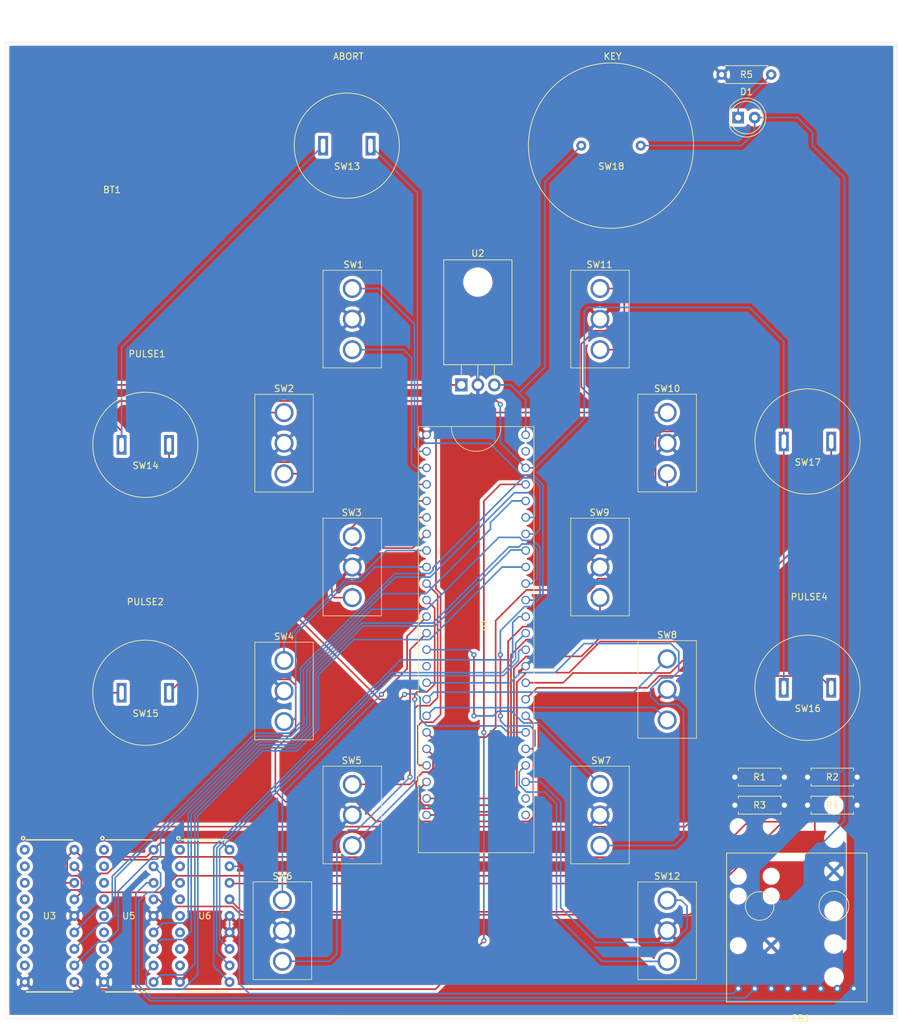
<source format=kicad_pcb>
(kicad_pcb (version 20171130) (host pcbnew "(5.1.10)-1")
  (title_block (date 2020-09-20) (rev Launchbox) (company v01) (comment 4 "Author: Ankit Khandelwal"))
  (layers (0 F.Cu signal) (31 B.Cu signal) (34 B.Paste user) (35 F.Paste user) (36 B.SilkS user) (37 F.SilkS user) (38 B.Mask user) (39 F.Mask user) (44 Edge.Cuts user))
  (net 0 "")
  (net 1 GND)
  (net 2 "Net-(SW1-Pad1)")
  (net 3 "Net-(SW1-Pad3)")
  (net 4 "Net-(SW2-Pad1)")
  (net 5 "Net-(SW2-Pad3)")
  (net 6 "Net-(SW3-Pad3)")
  (net 7 "Net-(SW3-Pad1)")
  (net 8 "Net-(SW4-Pad1)")
  (net 9 "Net-(SW4-Pad3)")
  (net 10 "Net-(SW6-Pad1)")
  (net 11 "Net-(SW6-Pad3)")
  (net 12 "Net-(SW7-Pad3)")
  (net 13 "Net-(SW7-Pad1)")
  (net 14 "Net-(SW8-Pad1)")
  (net 15 "Net-(SW8-Pad3)")
  (net 16 "Net-(SW9-Pad3)")
  (net 17 "Net-(SW9-Pad1)")
  (net 18 "Net-(SW10-Pad3)")
  (net 19 "Net-(SW10-Pad1)")
  (net 20 "Net-(SW11-Pad1)")
  (net 21 "Net-(SW11-Pad3)")
  (net 22 "Net-(SW12-Pad1)")
  (net 23 "Net-(SW12-Pad3)")
  (net 24 "Net-(SW14-Pad2)")
  (net 25 "Net-(SW15-Pad2)")
  (net 26 "Net-(SW16-Pad2)")
  (net 27 "Net-(SW17-Pad2)")
  (net 28 "Net-(U1-Pad13)")
  (net 29 "Net-(U1-Pad14)")
  (net 30 "Net-(U1-Pad15)")
  (net 31 "Net-(U1-Pad16)")
  (net 32 "Net-(U1-Pad17)")
  (net 33 "Net-(U1-Pad18)")
  (net 34 "Net-(U1-Pad19)")
  (net 35 "Net-(U1-Pad20)")
  (net 36 "Net-(U1-Pad21)")
  (net 37 "Net-(U1-Pad22)")
  (net 38 "Net-(U1-Pad23)")
  (net 39 "Net-(SW5-Pad1)")
  (net 40 "Net-(SW5-Pad3)")
  (net 41 "Net-(SW13-Pad2)")
  (net 42 VCC)
  (net 43 "Net-(R1-Pad2)")
  (net 44 "Net-(R1-Pad1)")
  (net 45 "Net-(R2-Pad2)")
  (net 46 "Net-(R2-Pad1)")
  (net 47 "Net-(R3-Pad2)")
  (net 48 "Net-(R3-Pad1)")
  (net 49 "Net-(D1-Pad1)")
  (net 50 3.3V)
  (net 51 "Net-(SW18-Pad1)")
  (net 52 "Net-(Ayo1-Pad8)")
  (net 53 "Net-(Ayo1-Pad7)")
  (net 54 "Net-(Ayo1-Pad6)")
  (net 55 "Net-(Ayo1-Pad4)")
  (module Launchbox:RJ45EthernetBreakout (layer F.Cu) (at 149.86 166.116)
    (fp_text reference EB1 (at 0 13.97) (layer F.SilkS))
    (fp_text value RJ45EthernetBreakout)
    (pad 8 thru_hole circle (at -9.64 9.39) (size 1.143 1.143) (drill 0.5715) (layers *.Cu *.Mask) (net 52 "Net-(Ayo1-Pad8)"))
    (pad 7 thru_hole circle (at -7.1 9.39) (size 1.143 1.143) (drill 0.5715) (layers *.Cu *.Mask) (net 53 "Net-(Ayo1-Pad7)"))
    (pad 6 thru_hole circle (at -4.56 9.39) (size 1.143 1.143) (drill 0.5715) (layers *.Cu *.Mask) (net 54 "Net-(Ayo1-Pad6)"))
    (pad 5 thru_hole circle (at -2.02 9.39) (size 1.143 1.143) (drill 0.5715) (layers *.Cu *.Mask) (net 1 GND))
    (pad 4 thru_hole circle (at 0.52 9.39) (size 1.143 1.143) (drill 0.5715) (layers *.Cu *.Mask) (net 55 "Net-(Ayo1-Pad4)"))
    (pad 3 thru_hole circle (at 3.06 9.39) (size 1.143 1.143) (drill 0.5715) (layers *.Cu *.Mask))
    (pad 2 thru_hole circle (at 5.6 9.39) (size 1.143 1.143) (drill 0.5715) (layers *.Cu *.Mask))
    (pad 1 thru_hole rect (at 8.14 9.39) (size 1.143 1.143) (drill 0.5715) (layers *.Cu *.Mask))
  )
  (module Launchbox:Pushbutton (layer F.Cu) (at 120.65 45.974)
    (fp_text reference SW18 (at 0.04064 3.19024) (layer F.SilkS))
    (fp_text value SW_Push)
    (pad 1 thru_hole circle (at -4.572 0 90) (size 1.524 1.524) (drill 0.762) (layers *.Cu *.Mask) (net 51 "Net-(SW18-Pad1)"))
    (pad 2 thru_hole circle (at 4.572 0 90) (size 1.524 1.524) (drill 0.762) (layers *.Cu *.Mask) (net 55 "Net-(Ayo1-Pad4)"))
  )
  (module Launchbox:Pushbutton (layer F.Cu) (at 150.876 91.44)
    (fp_text reference SW17 (at 0.04064 3.19024) (layer F.SilkS))
    (fp_text value SW_Push)
    (pad 2 thru_hole rect (at 3.65 0 90) (size 3 1.524) (drill oval 2.2 0.7) (layers *.Cu *.Mask) (net 27 "Net-(SW17-Pad2)"))
    (pad 1 thru_hole rect (at -3.65 0 90) (size 3 1.524) (drill oval 2.2 0.7) (layers *.Cu *.Mask) (net 50 3.3V))
  )
  (module Launchbox:Pushbutton (layer F.Cu) (at 49.022 130.048)
    (fp_text reference SW15 (at 0.04064 3.19024) (layer F.SilkS))
    (fp_text value SW_Push)
    (pad 2 thru_hole rect (at 3.65 0 90) (size 3 1.524) (drill oval 2.2 0.7) (layers *.Cu *.Mask) (net 25 "Net-(SW15-Pad2)"))
    (pad 1 thru_hole rect (at -3.65 0 90) (size 3 1.524) (drill oval 2.2 0.7) (layers *.Cu *.Mask) (net 50 3.3V))
  )
  (module Launchbox:Pushbutton (layer F.Cu) (at 150.876 129.286)
    (fp_text reference SW16 (at 0.04064 3.19024) (layer F.SilkS))
    (fp_text value SW_Push)
    (pad 2 thru_hole rect (at 3.65 0 90) (size 3 1.524) (drill oval 2.2 0.7) (layers *.Cu *.Mask) (net 26 "Net-(SW16-Pad2)"))
    (pad 1 thru_hole rect (at -3.65 0 90) (size 3 1.524) (drill oval 2.2 0.7) (layers *.Cu *.Mask) (net 50 3.3V))
  )
  (module Launchbox:Pushbutton (layer F.Cu) (at 80.01 45.974)
    (fp_text reference SW13 (at 0.04064 3.19024) (layer F.SilkS))
    (fp_text value SW_Push)
    (pad 2 thru_hole rect (at 3.65 0 90) (size 3 1.524) (drill oval 2.2 0.7) (layers *.Cu *.Mask) (net 41 "Net-(SW13-Pad2)"))
    (pad 1 thru_hole rect (at -3.65 0 90) (size 3 1.524) (drill oval 2.2 0.7) (layers *.Cu *.Mask) (net 50 3.3V))
  )
  (module Launchbox:Pushbutton (layer F.Cu) (at 49.022 91.948)
    (fp_text reference SW14 (at 0.04064 3.19024) (layer F.SilkS))
    (fp_text value SW_Push)
    (pad 2 thru_hole rect (at 3.65 0 90) (size 3 1.524) (drill oval 2.2 0.7) (layers *.Cu *.Mask) (net 24 "Net-(SW14-Pad2)"))
    (pad 1 thru_hole rect (at -3.65 0 90) (size 3 1.524) (drill oval 2.2 0.7) (layers *.Cu *.Mask) (net 50 3.3V))
  )
  (module "Launchbox:Teensy 3.6" (layer F.Cu) (at 99.905 119.619 90)
    (fp_text reference U1 (at 0 1.187 90) (layer F.SilkS))
    (fp_text value Teensy3.6)
    (pad 40 thru_hole circle (at 29.21 7.62 90) (size 1.3208 1.3208) (drill 0.9398) (layers *.Cu *.Mask) (net 51 "Net-(SW18-Pad1)"))
    (pad 41 thru_hole circle (at 26.67 7.62 90) (size 1.3208 1.3208) (drill 0.9398) (layers *.Cu *.Mask))
    (pad 42 thru_hole circle (at 24.13 7.62 90) (size 1.3208 1.3208) (drill 0.9398) (layers *.Cu *.Mask) (net 50 3.3V))
    (pad 23 thru_hole circle (at 21.59 7.62 90) (size 1.3208 1.3208) (drill 0.9398) (layers *.Cu *.Mask) (net 38 "Net-(U1-Pad23)"))
    (pad 22 thru_hole circle (at 19.05 7.62 90) (size 1.3208 1.3208) (drill 0.9398) (layers *.Cu *.Mask) (net 37 "Net-(U1-Pad22)"))
    (pad 21 thru_hole circle (at 16.51 7.62 90) (size 1.3208 1.3208) (drill 0.9398) (layers *.Cu *.Mask) (net 36 "Net-(U1-Pad21)"))
    (pad 20 thru_hole circle (at 13.97 7.62 90) (size 1.3208 1.3208) (drill 0.9398) (layers *.Cu *.Mask) (net 35 "Net-(U1-Pad20)"))
    (pad 19 thru_hole circle (at 11.43 7.62 90) (size 1.3208 1.3208) (drill 0.9398) (layers *.Cu *.Mask) (net 34 "Net-(U1-Pad19)"))
    (pad 18 thru_hole circle (at 8.89 7.62 90) (size 1.3208 1.3208) (drill 0.9398) (layers *.Cu *.Mask) (net 33 "Net-(U1-Pad18)"))
    (pad 17 thru_hole circle (at 6.35 7.62 90) (size 1.3208 1.3208) (drill 0.9398) (layers *.Cu *.Mask) (net 32 "Net-(U1-Pad17)"))
    (pad 16 thru_hole circle (at 3.81 7.62 90) (size 1.3208 1.3208) (drill 0.9398) (layers *.Cu *.Mask) (net 31 "Net-(U1-Pad16)"))
    (pad 15 thru_hole circle (at 1.27 7.62 90) (size 1.3208 1.3208) (drill 0.9398) (layers *.Cu *.Mask) (net 30 "Net-(U1-Pad15)"))
    (pad 14 thru_hole circle (at -1.27 7.62 90) (size 1.3208 1.3208) (drill 0.9398) (layers *.Cu *.Mask) (net 29 "Net-(U1-Pad14)"))
    (pad 13 thru_hole circle (at -3.81 7.62 90) (size 1.3208 1.3208) (drill 0.9398) (layers *.Cu *.Mask) (net 28 "Net-(U1-Pad13)"))
    (pad 43 thru_hole circle (at -6.35 7.62 90) (size 1.3208 1.3208) (drill 0.9398) (layers *.Cu *.Mask) (net 1 GND))
    (pad 44 thru_hole circle (at -8.89 7.62 90) (size 1.3208 1.3208) (drill 0.9398) (layers *.Cu *.Mask) (net 27 "Net-(SW17-Pad2)"))
    (pad 45 thru_hole circle (at -11.43 7.62 90) (size 1.3208 1.3208) (drill 0.9398) (layers *.Cu *.Mask) (net 26 "Net-(SW16-Pad2)"))
    (pad 39 thru_hole circle (at -13.97 7.62 90) (size 1.3208 1.3208) (drill 0.9398) (layers *.Cu *.Mask) (net 25 "Net-(SW15-Pad2)"))
    (pad 38 thru_hole circle (at -16.51 7.62 90) (size 1.3208 1.3208) (drill 0.9398) (layers *.Cu *.Mask) (net 24 "Net-(SW14-Pad2)"))
    (pad 37 thru_hole circle (at -19.05 7.62 90) (size 1.3208 1.3208) (drill 0.9398) (layers *.Cu *.Mask) (net 41 "Net-(SW13-Pad2)"))
    (pad 36 thru_hole circle (at -21.59 7.62 90) (size 1.3208 1.3208) (drill 0.9398) (layers *.Cu *.Mask) (net 23 "Net-(SW12-Pad3)"))
    (pad 35 thru_hole circle (at -24.13 7.62 90) (size 1.3208 1.3208) (drill 0.9398) (layers *.Cu *.Mask) (net 22 "Net-(SW12-Pad1)"))
    (pad 34 thru_hole circle (at -26.67 7.62 90) (size 1.3208 1.3208) (drill 0.9398) (layers *.Cu *.Mask))
    (pad 33 thru_hole circle (at -29.21 7.62 90) (size 1.3208 1.3208) (drill 0.9398) (layers *.Cu *.Mask))
    (pad 46 thru_hole circle (at 29.21 -7.62 90) (size 1.3208 1.3208) (drill 0.9398) (layers *.Cu *.Mask) (net 1 GND))
    (pad 0 thru_hole circle (at 26.67 -7.62 90) (size 1.3208 1.3208) (drill 0.9398) (layers *.Cu *.Mask) (net 2 "Net-(SW1-Pad1)"))
    (pad 1 thru_hole circle (at 24.13 -7.62 90) (size 1.3208 1.3208) (drill 0.9398) (layers *.Cu *.Mask) (net 3 "Net-(SW1-Pad3)"))
    (pad 2 thru_hole circle (at 21.59 -7.62 90) (size 1.3208 1.3208) (drill 0.9398) (layers *.Cu *.Mask) (net 4 "Net-(SW2-Pad1)"))
    (pad 3 thru_hole circle (at 19.05 -7.62 90) (size 1.3208 1.3208) (drill 0.9398) (layers *.Cu *.Mask) (net 5 "Net-(SW2-Pad3)"))
    (pad 4 thru_hole circle (at 16.51 -7.62 90) (size 1.3208 1.3208) (drill 0.9398) (layers *.Cu *.Mask) (net 7 "Net-(SW3-Pad1)"))
    (pad 5 thru_hole circle (at 13.97 -7.62 90) (size 1.3208 1.3208) (drill 0.9398) (layers *.Cu *.Mask) (net 6 "Net-(SW3-Pad3)"))
    (pad 6 thru_hole circle (at 11.43 -7.62 90) (size 1.3208 1.3208) (drill 0.9398) (layers *.Cu *.Mask) (net 8 "Net-(SW4-Pad1)"))
    (pad 7 thru_hole circle (at 8.89 -7.62 90) (size 1.3208 1.3208) (drill 0.9398) (layers *.Cu *.Mask) (net 9 "Net-(SW4-Pad3)"))
    (pad 8 thru_hole circle (at 6.35 -7.62 90) (size 1.3208 1.3208) (drill 0.9398) (layers *.Cu *.Mask) (net 39 "Net-(SW5-Pad1)"))
    (pad 9 thru_hole circle (at 3.81 -7.62 90) (size 1.3208 1.3208) (drill 0.9398) (layers *.Cu *.Mask) (net 40 "Net-(SW5-Pad3)"))
    (pad 10 thru_hole circle (at 1.27 -7.62 90) (size 1.3208 1.3208) (drill 0.9398) (layers *.Cu *.Mask) (net 10 "Net-(SW6-Pad1)"))
    (pad 11 thru_hole circle (at -1.27 -7.62 90) (size 1.3208 1.3208) (drill 0.9398) (layers *.Cu *.Mask) (net 11 "Net-(SW6-Pad3)"))
    (pad 12 thru_hole circle (at -3.81 -7.62 90) (size 1.3208 1.3208) (drill 0.9398) (layers *.Cu *.Mask) (net 13 "Net-(SW7-Pad1)"))
    (pad 47 thru_hole circle (at -6.35 -7.62 90) (size 1.3208 1.3208) (drill 0.9398) (layers *.Cu *.Mask))
    (pad 24 thru_hole circle (at -8.89 -7.62 90) (size 1.3208 1.3208) (drill 0.9398) (layers *.Cu *.Mask) (net 12 "Net-(SW7-Pad3)"))
    (pad 25 thru_hole circle (at -11.43 -7.62 90) (size 1.3208 1.3208) (drill 0.9398) (layers *.Cu *.Mask) (net 14 "Net-(SW8-Pad1)"))
    (pad 26 thru_hole circle (at -13.97 -7.62 90) (size 1.3208 1.3208) (drill 0.9398) (layers *.Cu *.Mask) (net 15 "Net-(SW8-Pad3)"))
    (pad 27 thru_hole circle (at -16.51 -7.62 90) (size 1.3208 1.3208) (drill 0.9398) (layers *.Cu *.Mask) (net 17 "Net-(SW9-Pad1)"))
    (pad 28 thru_hole circle (at -19.05 -7.62 90) (size 1.3208 1.3208) (drill 0.9398) (layers *.Cu *.Mask) (net 16 "Net-(SW9-Pad3)"))
    (pad 29 thru_hole circle (at -21.59 -7.62 90) (size 1.3208 1.3208) (drill 0.9398) (layers *.Cu *.Mask) (net 19 "Net-(SW10-Pad1)"))
    (pad 30 thru_hole circle (at -24.13 -7.62 90) (size 1.3208 1.3208) (drill 0.9398) (layers *.Cu *.Mask) (net 18 "Net-(SW10-Pad3)"))
    (pad 31 thru_hole circle (at -26.67 -7.62 90) (size 1.3208 1.3208) (drill 0.9398) (layers *.Cu *.Mask) (net 20 "Net-(SW11-Pad1)"))
    (pad 32 thru_hole circle (at -29.21 -7.62 90) (size 1.3208 1.3208) (drill 0.9398) (layers *.Cu *.Mask) (net 21 "Net-(SW11-Pad3)"))
  )
  (module Launchbox:HT12E (layer F.Cu) (at 34.29 164.338 270)
    (fp_text reference U3 (at 0 0 180) (layer F.SilkS))
    (fp_text value HT12E)
    (pad 17 thru_hole circle (at -7.62 -3.81 270) (size 1.524 1.524) (drill 0.762) (layers *.Cu *.Mask) (net 54 "Net-(Ayo1-Pad6)"))
    (pad 12 thru_hole circle (at 5.08 -3.81 270) (size 1.524 1.524) (drill 0.762) (layers *.Cu *.Mask) (net 36 "Net-(U1-Pad21)"))
    (pad 11 thru_hole circle (at 7.62 -3.81 270) (size 1.524 1.524) (drill 0.762) (layers *.Cu *.Mask) (net 37 "Net-(U1-Pad22)"))
    (pad 18 thru_hole circle (at -10.16 -3.81 270) (size 1.524 1.524) (drill 0.762) (layers *.Cu *.Mask) (net 50 3.3V))
    (pad 16 thru_hole circle (at -5.08 -3.81 270) (size 1.524 1.524) (drill 0.762) (layers *.Cu *.Mask) (net 44 "Net-(R1-Pad1)"))
    (pad 13 thru_hole circle (at 2.54 -3.81 270) (size 1.524 1.524) (drill 0.762) (layers *.Cu *.Mask) (net 35 "Net-(U1-Pad20)"))
    (pad 14 thru_hole circle (at 0 -3.81 270) (size 1.524 1.524) (drill 0.762) (layers *.Cu *.Mask) (net 1 GND))
    (pad 15 thru_hole circle (at -2.54 -3.81 270) (size 1.524 1.524) (drill 0.762) (layers *.Cu *.Mask) (net 43 "Net-(R1-Pad2)"))
    (pad 10 thru_hole circle (at 10.16 -3.81 270) (size 1.524 1.524) (drill 0.762) (layers *.Cu *.Mask) (net 38 "Net-(U1-Pad23)"))
    (pad 9 thru_hole circle (at 10.16 3.81 270) (size 1.524 1.524) (drill 0.762) (layers *.Cu *.Mask) (net 1 GND))
    (pad 8 thru_hole circle (at 7.62 3.81 270) (size 1.524 1.524) (drill 0.762) (layers *.Cu *.Mask))
    (pad 7 thru_hole circle (at 5.08 3.81 270) (size 1.524 1.524) (drill 0.762) (layers *.Cu *.Mask))
    (pad 6 thru_hole circle (at 2.54 3.81 270) (size 1.524 1.524) (drill 0.762) (layers *.Cu *.Mask))
    (pad 5 thru_hole circle (at 0 3.81 270) (size 1.524 1.524) (drill 0.762) (layers *.Cu *.Mask))
    (pad 4 thru_hole circle (at -2.54 3.81 270) (size 1.524 1.524) (drill 0.762) (layers *.Cu *.Mask))
    (pad 3 thru_hole circle (at -5.08 3.81 270) (size 1.524 1.524) (drill 0.762) (layers *.Cu *.Mask))
    (pad 2 thru_hole circle (at -7.62 3.81 270) (size 1.524 1.524) (drill 0.762) (layers *.Cu *.Mask))
    (pad 1 thru_hole circle (at -10.16 3.81 270) (size 1.524 1.524) (drill 0.762) (layers *.Cu *.Mask))
  )
  (module Resistor_THT:R_Axial_DIN0207_L6.3mm_D2.5mm_P7.62mm_Horizontal (layer F.Cu) (at 137.668 35.052)
    (fp_text reference R5 (at 3.81 0) (layer F.SilkS))
    (fp_text value R_US)
    (pad 2 thru_hole oval (at 7.62 0) (size 1.6 1.6) (drill 0.8) (layers *.Cu *.Mask) (net 49 "Net-(D1-Pad1)"))
    (pad 1 thru_hole circle (at 0 0) (size 1.6 1.6) (drill 0.8) (layers *.Cu *.Mask) (net 1 GND))
  )
  (module LED_THT:LED_D5.0mm (layer F.Cu) (at 140.208 41.656)
    (fp_text reference D1 (at 1.27 -3.96) (layer F.SilkS))
    (fp_text value LED)
    (pad 2 thru_hole circle (at 2.54 0) (size 1.8 1.8) (drill 0.9) (layers *.Cu *.Mask) (net 55 "Net-(Ayo1-Pad4)"))
    (pad 1 thru_hole rect (at 0 0) (size 1.8 1.8) (drill 0.9) (layers *.Cu *.Mask) (net 49 "Net-(D1-Pad1)"))
  )
  (module Launchbox:SPDT_Slide_Switch (layer F.Cu) (at 129.286 129.54 270)
    (fp_text reference SW8 (at -8.382 0 180) (layer F.SilkS))
    (fp_text value SW_SPDT_MSM)
    (pad 3 thru_hole circle (at 4.699 0 270) (size 2.921 2.921) (drill 2.159) (layers *.Cu *.Mask) (net 15 "Net-(SW8-Pad3)"))
    (pad 2 thru_hole circle (at 0 0 270) (size 2.921 2.921) (drill 2.159) (layers *.Cu *.Mask) (net 1 GND))
    (pad 1 thru_hole circle (at -4.699 0 270) (size 2.921 2.921) (drill 2.159) (layers *.Cu *.Mask) (net 14 "Net-(SW8-Pad1)"))
  )
  (module Launchbox:HT12E (layer F.Cu) (at 58.166 164.338 270)
    (fp_text reference U6 (at 0 0 180) (layer F.SilkS))
    (fp_text value HT12E)
    (pad 17 thru_hole circle (at -7.62 -3.81 270) (size 1.524 1.524) (drill 0.762) (layers *.Cu *.Mask) (net 52 "Net-(Ayo1-Pad8)"))
    (pad 12 thru_hole circle (at 5.08 -3.81 270) (size 1.524 1.524) (drill 0.762) (layers *.Cu *.Mask) (net 28 "Net-(U1-Pad13)"))
    (pad 11 thru_hole circle (at 7.62 -3.81 270) (size 1.524 1.524) (drill 0.762) (layers *.Cu *.Mask) (net 29 "Net-(U1-Pad14)"))
    (pad 18 thru_hole circle (at -10.16 -3.81 270) (size 1.524 1.524) (drill 0.762) (layers *.Cu *.Mask) (net 50 3.3V))
    (pad 16 thru_hole circle (at -5.08 -3.81 270) (size 1.524 1.524) (drill 0.762) (layers *.Cu *.Mask) (net 48 "Net-(R3-Pad1)"))
    (pad 13 thru_hole circle (at 2.54 -3.81 270) (size 1.524 1.524) (drill 0.762) (layers *.Cu *.Mask) (net 1 GND))
    (pad 14 thru_hole circle (at 0 -3.81 270) (size 1.524 1.524) (drill 0.762) (layers *.Cu *.Mask) (net 1 GND))
    (pad 15 thru_hole circle (at -2.54 -3.81 270) (size 1.524 1.524) (drill 0.762) (layers *.Cu *.Mask) (net 47 "Net-(R3-Pad2)"))
    (pad 10 thru_hole circle (at 10.16 -3.81 270) (size 1.524 1.524) (drill 0.762) (layers *.Cu *.Mask) (net 30 "Net-(U1-Pad15)"))
    (pad 9 thru_hole circle (at 10.16 3.81 270) (size 1.524 1.524) (drill 0.762) (layers *.Cu *.Mask) (net 1 GND))
    (pad 8 thru_hole circle (at 7.62 3.81 270) (size 1.524 1.524) (drill 0.762) (layers *.Cu *.Mask))
    (pad 7 thru_hole circle (at 5.08 3.81 270) (size 1.524 1.524) (drill 0.762) (layers *.Cu *.Mask))
    (pad 6 thru_hole circle (at 2.54 3.81 270) (size 1.524 1.524) (drill 0.762) (layers *.Cu *.Mask))
    (pad 5 thru_hole circle (at 0 3.81 270) (size 1.524 1.524) (drill 0.762) (layers *.Cu *.Mask))
    (pad 4 thru_hole circle (at -2.54 3.81 270) (size 1.524 1.524) (drill 0.762) (layers *.Cu *.Mask))
    (pad 3 thru_hole circle (at -5.08 3.81 270) (size 1.524 1.524) (drill 0.762) (layers *.Cu *.Mask))
    (pad 2 thru_hole circle (at -7.62 3.81 270) (size 1.524 1.524) (drill 0.762) (layers *.Cu *.Mask))
    (pad 1 thru_hole circle (at -10.16 3.81 270) (size 1.524 1.524) (drill 0.762) (layers *.Cu *.Mask))
  )
  (module Launchbox:SPDT_Slide_Switch (layer F.Cu) (at 118.955 110.729 270)
    (fp_text reference SW9 (at -8.367 0.083 180) (layer F.SilkS))
    (fp_text value SW_SPDT_MSM)
    (pad 3 thru_hole circle (at 4.699 0 270) (size 2.921 2.921) (drill 2.159) (layers *.Cu *.Mask) (net 16 "Net-(SW9-Pad3)"))
    (pad 2 thru_hole circle (at 0 0 270) (size 2.921 2.921) (drill 2.159) (layers *.Cu *.Mask) (net 1 GND))
    (pad 1 thru_hole circle (at -4.699 0 270) (size 2.921 2.921) (drill 2.159) (layers *.Cu *.Mask) (net 17 "Net-(SW9-Pad1)"))
  )
  (module Launchbox:SPDT_Slide_Switch (layer F.Cu) (at 118.955 148.829 270)
    (fp_text reference SW7 (at -8.367 -0.171 180) (layer F.SilkS))
    (fp_text value SW_SPDT_MSM)
    (pad 3 thru_hole circle (at 4.699 0 270) (size 2.921 2.921) (drill 2.159) (layers *.Cu *.Mask) (net 12 "Net-(SW7-Pad3)"))
    (pad 2 thru_hole circle (at 0 0 270) (size 2.921 2.921) (drill 2.159) (layers *.Cu *.Mask) (net 1 GND))
    (pad 1 thru_hole circle (at -4.699 0 270) (size 2.921 2.921) (drill 2.159) (layers *.Cu *.Mask) (net 13 "Net-(SW7-Pad1)"))
  )
  (module Launchbox:SPDT_Slide_Switch (layer F.Cu) (at 80.855 110.729 270)
    (fp_text reference SW3 (at -8.367 0.083 180) (layer F.SilkS))
    (fp_text value SW_SPDT_MSM)
    (pad 3 thru_hole circle (at 4.699 0 270) (size 2.921 2.921) (drill 2.159) (layers *.Cu *.Mask) (net 6 "Net-(SW3-Pad3)"))
    (pad 2 thru_hole circle (at 0 0 270) (size 2.921 2.921) (drill 2.159) (layers *.Cu *.Mask) (net 1 GND))
    (pad 1 thru_hole circle (at -4.699 0 270) (size 2.921 2.921) (drill 2.159) (layers *.Cu *.Mask) (net 7 "Net-(SW3-Pad1)"))
  )
  (module Launchbox:SPDT_Slide_Switch (layer F.Cu) (at 80.855 148.829 270)
    (fp_text reference SW5 (at -8.367 0.083 180) (layer F.SilkS))
    (fp_text value SW_SPDT_MSM)
    (pad 3 thru_hole circle (at 4.699 0 270) (size 2.921 2.921) (drill 2.159) (layers *.Cu *.Mask) (net 40 "Net-(SW5-Pad3)"))
    (pad 2 thru_hole circle (at 0 0 270) (size 2.921 2.921) (drill 2.159) (layers *.Cu *.Mask) (net 1 GND))
    (pad 1 thru_hole circle (at -4.699 0 270) (size 2.921 2.921) (drill 2.159) (layers *.Cu *.Mask) (net 39 "Net-(SW5-Pad1)"))
  )
  (module Launchbox:SPDT_Slide_Switch (layer F.Cu) (at 70.358 91.694 270)
    (fp_text reference SW2 (at -8.382 0 180) (layer F.SilkS))
    (fp_text value SW_SPDT_MSM)
    (pad 3 thru_hole circle (at 4.699 0 270) (size 2.921 2.921) (drill 2.159) (layers *.Cu *.Mask) (net 5 "Net-(SW2-Pad3)"))
    (pad 2 thru_hole circle (at 0 0 270) (size 2.921 2.921) (drill 2.159) (layers *.Cu *.Mask) (net 1 GND))
    (pad 1 thru_hole circle (at -4.699 0 270) (size 2.921 2.921) (drill 2.159) (layers *.Cu *.Mask) (net 4 "Net-(SW2-Pad1)"))
  )
  (module Launchbox:SPDT_Slide_Switch (layer F.Cu) (at 129.286 91.679 270)
    (fp_text reference SW10 (at -8.367 0 180) (layer F.SilkS))
    (fp_text value SW_SPDT_MSM)
    (pad 3 thru_hole circle (at 4.699 0 270) (size 2.921 2.921) (drill 2.159) (layers *.Cu *.Mask) (net 18 "Net-(SW10-Pad3)"))
    (pad 2 thru_hole circle (at 0 0 270) (size 2.921 2.921) (drill 2.159) (layers *.Cu *.Mask) (net 1 GND))
    (pad 1 thru_hole circle (at -4.699 0 270) (size 2.921 2.921) (drill 2.159) (layers *.Cu *.Mask) (net 19 "Net-(SW10-Pad1)"))
  )
  (module Launchbox:SPDT_Slide_Switch (layer F.Cu) (at 70.358 129.779 270)
    (fp_text reference SW4 (at -8.367 0 180) (layer F.SilkS))
    (fp_text value SW_SPDT_MSM)
    (pad 3 thru_hole circle (at 4.699 0 270) (size 2.921 2.921) (drill 2.159) (layers *.Cu *.Mask) (net 9 "Net-(SW4-Pad3)"))
    (pad 2 thru_hole circle (at 0 0 270) (size 2.921 2.921) (drill 2.159) (layers *.Cu *.Mask) (net 1 GND))
    (pad 1 thru_hole circle (at -4.699 0 270) (size 2.921 2.921) (drill 2.159) (layers *.Cu *.Mask) (net 8 "Net-(SW4-Pad1)"))
  )
  (module Launchbox:SPDT_Slide_Switch (layer F.Cu) (at 129.286 166.624 270)
    (fp_text reference SW12 (at -8.382 0 180) (layer F.SilkS))
    (fp_text value SW_SPDT_MSM)
    (pad 3 thru_hole circle (at 4.699 0 270) (size 2.921 2.921) (drill 2.159) (layers *.Cu *.Mask) (net 23 "Net-(SW12-Pad3)"))
    (pad 2 thru_hole circle (at 0 0 270) (size 2.921 2.921) (drill 2.159) (layers *.Cu *.Mask) (net 1 GND))
    (pad 1 thru_hole circle (at -4.699 0 270) (size 2.921 2.921) (drill 2.159) (layers *.Cu *.Mask) (net 22 "Net-(SW12-Pad1)"))
  )
  (module Resistor_THT:R_Axial_DIN0207_L6.3mm_D2.5mm_P7.62mm_Horizontal (layer F.Cu) (at 158.496 143.002 180)
    (fp_text reference R2 (at 3.81 0) (layer F.SilkS))
    (fp_text value R_US)
    (pad 2 thru_hole oval (at 7.62 0 180) (size 1.6 1.6) (drill 0.8) (layers *.Cu *.Mask) (net 45 "Net-(R2-Pad2)"))
    (pad 1 thru_hole circle (at 0 0 180) (size 1.6 1.6) (drill 0.8) (layers *.Cu *.Mask) (net 46 "Net-(R2-Pad1)"))
  )
  (module Package_TO_SOT_THT:TO-220F-3_Horizontal_TabDown (layer F.Cu) (at 97.63 82.744)
    (fp_text reference U2 (at 2.54 -20.22) (layer F.SilkS))
    (fp_text value L7805)
    (pad "" np_thru_hole oval (at 2.54 -15.8) (size 3.5 3.5) (drill 3.5) (layers *.Cu *.Mask))
    (pad 1 thru_hole rect (at 0 0) (size 1.905 2) (drill 1.2) (layers *.Cu *.Mask) (net 42 VCC))
    (pad 2 thru_hole oval (at 2.54 0) (size 1.905 2) (drill 1.2) (layers *.Cu *.Mask) (net 1 GND))
    (pad 3 thru_hole oval (at 5.08 0) (size 1.905 2) (drill 1.2) (layers *.Cu *.Mask) (net 51 "Net-(SW18-Pad1)"))
  )
  (module Launchbox:SPDT_Slide_Switch (layer F.Cu) (at 80.855 72.629 270)
    (fp_text reference SW1 (at -8.367 -0.171 180) (layer F.SilkS))
    (fp_text value SW_SPDT_MSM)
    (pad 3 thru_hole circle (at 4.699 0 270) (size 2.921 2.921) (drill 2.159) (layers *.Cu *.Mask) (net 3 "Net-(SW1-Pad3)"))
    (pad 2 thru_hole circle (at 0 0 270) (size 2.921 2.921) (drill 2.159) (layers *.Cu *.Mask) (net 1 GND))
    (pad 1 thru_hole circle (at -4.699 0 270) (size 2.921 2.921) (drill 2.159) (layers *.Cu *.Mask) (net 2 "Net-(SW1-Pad1)"))
  )
  (module Resistor_THT:R_Axial_DIN0207_L6.3mm_D2.5mm_P7.62mm_Horizontal (layer F.Cu) (at 158.496 147.32 180)
    (fp_text reference R4 (at 3.81 0) (layer F.SilkS))
    (fp_text value R_US)
    (pad 2 thru_hole oval (at 7.62 0 180) (size 1.6 1.6) (drill 0.8) (layers *.Cu *.Mask) (net 55 "Net-(Ayo1-Pad4)"))
    (pad 1 thru_hole circle (at 0 0 180) (size 1.6 1.6) (drill 0.8) (layers *.Cu *.Mask) (net 1 GND))
  )
  (module Launchbox:HT12E (layer F.Cu) (at 46.482 164.338 270)
    (fp_text reference U5 (at 0 0 180) (layer F.SilkS))
    (fp_text value HT12E)
    (pad 17 thru_hole circle (at -7.62 -3.81 270) (size 1.524 1.524) (drill 0.762) (layers *.Cu *.Mask) (net 53 "Net-(Ayo1-Pad7)"))
    (pad 12 thru_hole circle (at 5.08 -3.81 270) (size 1.524 1.524) (drill 0.762) (layers *.Cu *.Mask) (net 32 "Net-(U1-Pad17)"))
    (pad 11 thru_hole circle (at 7.62 -3.81 270) (size 1.524 1.524) (drill 0.762) (layers *.Cu *.Mask) (net 33 "Net-(U1-Pad18)"))
    (pad 18 thru_hole circle (at -10.16 -3.81 270) (size 1.524 1.524) (drill 0.762) (layers *.Cu *.Mask) (net 50 3.3V))
    (pad 16 thru_hole circle (at -5.08 -3.81 270) (size 1.524 1.524) (drill 0.762) (layers *.Cu *.Mask) (net 46 "Net-(R2-Pad1)"))
    (pad 13 thru_hole circle (at 2.54 -3.81 270) (size 1.524 1.524) (drill 0.762) (layers *.Cu *.Mask) (net 31 "Net-(U1-Pad16)"))
    (pad 14 thru_hole circle (at 0 -3.81 270) (size 1.524 1.524) (drill 0.762) (layers *.Cu *.Mask) (net 1 GND))
    (pad 15 thru_hole circle (at -2.54 -3.81 270) (size 1.524 1.524) (drill 0.762) (layers *.Cu *.Mask) (net 45 "Net-(R2-Pad2)"))
    (pad 10 thru_hole circle (at 10.16 -3.81 270) (size 1.524 1.524) (drill 0.762) (layers *.Cu *.Mask) (net 34 "Net-(U1-Pad19)"))
    (pad 9 thru_hole circle (at 10.16 3.81 270) (size 1.524 1.524) (drill 0.762) (layers *.Cu *.Mask) (net 1 GND))
    (pad 8 thru_hole circle (at 7.62 3.81 270) (size 1.524 1.524) (drill 0.762) (layers *.Cu *.Mask))
    (pad 7 thru_hole circle (at 5.08 3.81 270) (size 1.524 1.524) (drill 0.762) (layers *.Cu *.Mask))
    (pad 6 thru_hole circle (at 2.54 3.81 270) (size 1.524 1.524) (drill 0.762) (layers *.Cu *.Mask))
    (pad 5 thru_hole circle (at 0 3.81 270) (size 1.524 1.524) (drill 0.762) (layers *.Cu *.Mask))
    (pad 4 thru_hole circle (at -2.54 3.81 270) (size 1.524 1.524) (drill 0.762) (layers *.Cu *.Mask))
    (pad 3 thru_hole circle (at -5.08 3.81 270) (size 1.524 1.524) (drill 0.762) (layers *.Cu *.Mask))
    (pad 2 thru_hole circle (at -7.62 3.81 270) (size 1.524 1.524) (drill 0.762) (layers *.Cu *.Mask))
    (pad 1 thru_hole circle (at -10.16 3.81 270) (size 1.524 1.524) (drill 0.762) (layers *.Cu *.Mask))
  )
  (module Launchbox:Lipo_Battery_Connector (layer F.Cu) (at 43.688 45.974)
    (fp_text reference BT1 (at 0.21 6.78) (layer F.SilkS))
    (fp_text value Battery_Cell)
    (pad 2 smd rect (at 7.62 0) (size 9.525 9.525) (layers F.Cu F.Paste F.Mask) (net 1 GND))
    (pad 1 smd rect (at -7.62 0) (size 9.525 9.525) (layers F.Cu F.Paste F.Mask) (net 42 VCC))
  )
  (module Launchbox:SPDT_Slide_Switch (layer F.Cu) (at 70.104 166.609 270)
    (fp_text reference SW6 (at -8.367 0 180) (layer F.SilkS))
    (fp_text value SW_SPDT_MSM)
    (pad 3 thru_hole circle (at 4.699 0 270) (size 2.921 2.921) (drill 2.159) (layers *.Cu *.Mask) (net 11 "Net-(SW6-Pad3)"))
    (pad 2 thru_hole circle (at 0 0 270) (size 2.921 2.921) (drill 2.159) (layers *.Cu *.Mask) (net 1 GND))
    (pad 1 thru_hole circle (at -4.699 0 270) (size 2.921 2.921) (drill 2.159) (layers *.Cu *.Mask) (net 10 "Net-(SW6-Pad1)"))
  )
  (module Resistor_THT:R_Axial_DIN0207_L6.3mm_D2.5mm_P7.62mm_Horizontal (layer F.Cu) (at 139.7 143.002)
    (fp_text reference R1 (at 3.81 0) (layer F.SilkS))
    (fp_text value R_US)
    (pad 2 thru_hole oval (at 7.62 0) (size 1.6 1.6) (drill 0.8) (layers *.Cu *.Mask) (net 43 "Net-(R1-Pad2)"))
    (pad 1 thru_hole circle (at 0 0) (size 1.6 1.6) (drill 0.8) (layers *.Cu *.Mask) (net 44 "Net-(R1-Pad1)"))
  )
  (module Launchbox:SPDT_Slide_Switch (layer F.Cu) (at 118.955 72.629 270)
    (fp_text reference SW11 (at -8.367 0.083 180) (layer F.SilkS))
    (fp_text value SW_SPDT_MSM)
    (pad 3 thru_hole circle (at 4.699 0 270) (size 2.921 2.921) (drill 2.159) (layers *.Cu *.Mask) (net 21 "Net-(SW11-Pad3)"))
    (pad 2 thru_hole circle (at 0 0 270) (size 2.921 2.921) (drill 2.159) (layers *.Cu *.Mask) (net 1 GND))
    (pad 1 thru_hole circle (at -4.699 0 270) (size 2.921 2.921) (drill 2.159) (layers *.Cu *.Mask) (net 20 "Net-(SW11-Pad1)"))
  )
  (module Resistor_THT:R_Axial_DIN0207_L6.3mm_D2.5mm_P7.62mm_Horizontal (layer F.Cu) (at 147.32 147.32 180)
    (fp_text reference R3 (at 3.81 0) (layer F.SilkS))
    (fp_text value R_US)
    (pad 2 thru_hole oval (at 7.62 0 180) (size 1.6 1.6) (drill 0.8) (layers *.Cu *.Mask) (net 47 "Net-(R3-Pad2)"))
    (pad 1 thru_hole circle (at 0 0 180) (size 1.6 1.6) (drill 0.8) (layers *.Cu *.Mask) (net 48 "Net-(R3-Pad1)"))
  )
  (gr_line (start 164.592 30.086) (end 164.592 180.086) (layer Edge.Cuts) (width 0.05))
  (gr_line (start 27.592 30.086) (end 164.592 30.086) (layer Edge.Cuts) (width 0.05))
  (gr_line (start 27.592 180.086) (end 27.592 30.086) (layer Edge.Cuts) (width 0.05))
  (gr_line (start 164.592 180.086) (end 27.592 180.086) (layer Edge.Cuts) (width 0.05))
  (gr_text KEY (at 120.904 32.258) (layer F.SilkS) (effects (font (size 1 1))))
  (gr_text PULSE1 (at 49.276 77.978) (layer F.SilkS) (effects (font (size 1 1))))
  (gr_text ABORT (at 80.264 32.258) (layer F.SilkS) (effects (font (size 1 1))))
  (gr_text PULSE2 (at 49.022 116.078) (layer F.SilkS) (effects (font (size 1 1))))
  (gr_text PULSE4 (at 151.13 115.316) (layer F.SilkS) (effects (font (size 1 1))))
  (segment (start 61.976 164.338) (end 61.976 166.878) (width 0.25) (layer B.Cu) (net 1))
  (segment (start 119.956 147.828) (end 118.955 148.829) (width 0.25) (layer B.Cu) (net 1))
  (segment (start 54.356 174.498) (end 61.976 166.878) (width 0.25) (layer F.Cu) (net 1))
  (segment (start 80.855 67.93) (end 84.948 67.93) (width 0.25) (layer B.Cu) (net 2))
  (segment (start 84.948 67.93) (end 90.424 73.406) (width 0.25) (layer B.Cu) (net 2))
  (segment (start 90.424 73.406) (end 90.424 92.202) (width 0.25) (layer B.Cu) (net 2))
  (segment (start 91.171 92.949) (end 92.285 92.949) (width 0.25) (layer B.Cu) (net 2))
  (segment (start 90.424 92.202) (end 91.171 92.949) (width 0.25) (layer B.Cu) (net 2))
  (segment (start 80.855 77.328) (end 88.758 77.328) (width 0.25) (layer B.Cu) (net 3))
  (segment (start 88.758 77.328) (end 89.97399 78.54399) (width 0.25) (layer B.Cu) (net 3))
  (segment (start 89.97399 78.54399) (end 89.97399 94.79999) (width 0.25) (layer B.Cu) (net 3))
  (segment (start 90.663 95.489) (end 92.285 95.489) (width 0.25) (layer B.Cu) (net 3))
  (segment (start 89.97399 94.79999) (end 90.663 95.489) (width 0.25) (layer B.Cu) (net 3))
  (segment (start 70.358 86.995) (end 68.199 86.995) (width 0.25) (layer F.Cu) (net 4))
  (segment (start 68.199 86.995) (end 67.564 87.63) (width 0.25) (layer F.Cu) (net 4))
  (segment (start 67.564 87.63) (end 67.564 92.964) (width 0.25) (layer F.Cu) (net 4))
  (segment (start 69.207499 94.607499) (end 87.495499 94.607499) (width 0.25) (layer F.Cu) (net 4))
  (segment (start 67.564 92.964) (end 69.207499 94.607499) (width 0.25) (layer F.Cu) (net 4))
  (segment (start 90.917 98.029) (end 92.285 98.029) (width 0.25) (layer F.Cu) (net 4))
  (segment (start 87.495499 94.607499) (end 90.917 98.029) (width 0.25) (layer F.Cu) (net 4))
  (segment (start 70.358 96.393) (end 85.979 96.393) (width 0.25) (layer F.Cu) (net 5))
  (segment (start 90.155 100.569) (end 92.285 100.569) (width 0.25) (layer F.Cu) (net 5))
  (segment (start 85.979 96.393) (end 90.155 100.569) (width 0.25) (layer F.Cu) (net 5))
  (segment (start 81.125957 107.815501) (end 77.724 111.217458) (width 0.25) (layer F.Cu) (net 6))
  (segment (start 77.724 115.062) (end 78.09 115.428) (width 0.25) (layer F.Cu) (net 6))
  (segment (start 78.09 115.428) (end 80.855 115.428) (width 0.25) (layer F.Cu) (net 6))
  (segment (start 77.724 111.217458) (end 77.724 115.062) (width 0.25) (layer F.Cu) (net 6))
  (segment (start 92.285 105.649) (end 90.118499 107.815501) (width 0.25) (layer F.Cu) (net 6))
  (segment (start 90.118499 107.815501) (end 81.125957 107.815501) (width 0.25) (layer F.Cu) (net 6))
  (segment (start 80.855 106.03) (end 80.855 104.565) (width 0.25) (layer F.Cu) (net 7))
  (segment (start 82.311 103.109) (end 92.285 103.109) (width 0.25) (layer F.Cu) (net 7))
  (segment (start 80.855 104.565) (end 82.311 103.109) (width 0.25) (layer F.Cu) (net 7))
  (segment (start 79.997959 112.514501) (end 81.795499 112.514501) (width 0.25) (layer B.Cu) (net 8))
  (segment (start 70.358 122.15446) (end 79.997959 112.514501) (width 0.25) (layer B.Cu) (net 8))
  (segment (start 70.358 125.08) (end 70.358 122.15446) (width 0.25) (layer B.Cu) (net 8))
  (segment (start 86.121 108.189) (end 92.285 108.189) (width 0.25) (layer B.Cu) (net 8))
  (segment (start 81.795499 112.514501) (end 86.121 108.189) (width 0.25) (layer B.Cu) (net 8))
  (segment (start 70.358 134.478) (end 71.516 134.478) (width 0.25) (layer B.Cu) (net 9))
  (segment (start 72.143501 133.850499) (end 72.143501 121.005369) (width 0.25) (layer B.Cu) (net 9))
  (segment (start 71.516 134.478) (end 72.143501 133.850499) (width 0.25) (layer B.Cu) (net 9))
  (segment (start 80.184359 112.964511) (end 82.107489 112.964511) (width 0.25) (layer B.Cu) (net 9))
  (segment (start 72.143501 121.005369) (end 80.184359 112.964511) (width 0.25) (layer B.Cu) (net 9))
  (segment (start 84.343 110.729) (end 92.285 110.729) (width 0.25) (layer B.Cu) (net 9))
  (segment (start 82.107489 112.964511) (end 84.343 110.729) (width 0.25) (layer B.Cu) (net 9))
  (via (at 85.344 130.302) (size 0.8) (drill 0.4) (layers F.Cu B.Cu) (net 10))
  (segment (start 70.104 145.542) (end 85.344 130.302) (width 0.25) (layer B.Cu) (net 10))
  (segment (start 70.104 161.91) (end 70.104 145.542) (width 0.25) (layer B.Cu) (net 10))
  (segment (start 85.344 130.302) (end 89.28599 126.36001) (width 0.25) (layer F.Cu) (net 10))
  (segment (start 89.28599 121.34801) (end 92.285 118.349) (width 0.25) (layer F.Cu) (net 10))
  (segment (start 89.28599 126.36001) (end 89.28599 121.34801) (width 0.25) (layer F.Cu) (net 10))
  (via (at 89.736 142.997347) (size 0.8) (drill 0.4) (layers F.Cu B.Cu) (net 11))
  (segment (start 89.736 123.438) (end 89.736 142.997347) (width 0.25) (layer F.Cu) (net 11))
  (segment (start 92.285 120.889) (end 89.736 123.438) (width 0.25) (layer F.Cu) (net 11))
  (segment (start 89.736 142.997347) (end 81.603347 151.13) (width 0.25) (layer B.Cu) (net 11))
  (segment (start 81.603347 151.13) (end 80.264 151.13) (width 0.25) (layer B.Cu) (net 11))
  (segment (start 80.264 151.13) (end 78.486 152.908) (width 0.25) (layer B.Cu) (net 11))
  (segment (start 78.486 152.908) (end 78.486 170.18) (width 0.25) (layer B.Cu) (net 11))
  (segment (start 77.358 171.308) (end 70.104 171.308) (width 0.25) (layer B.Cu) (net 11))
  (segment (start 78.486 170.18) (end 77.358 171.308) (width 0.25) (layer B.Cu) (net 11))
  (segment (start 130.444 153.528) (end 118.955 153.528) (width 0.25) (layer B.Cu) (net 12))
  (segment (start 131.826 152.146) (end 130.444 153.528) (width 0.25) (layer B.Cu) (net 12))
  (segment (start 130.81 131.826) (end 131.826 132.842) (width 0.25) (layer B.Cu) (net 12))
  (segment (start 92.285 128.509) (end 105.171 128.509) (width 0.25) (layer B.Cu) (net 12))
  (segment (start 105.171 128.509) (end 106.725599 126.954401) (width 0.25) (layer B.Cu) (net 12))
  (segment (start 106.725599 126.954401) (end 112.059599 126.954401) (width 0.25) (layer B.Cu) (net 12))
  (segment (start 130.055501 127.754499) (end 128.428959 127.754499) (width 0.25) (layer B.Cu) (net 12))
  (segment (start 112.059599 126.954401) (end 116.524491 122.489509) (width 0.25) (layer B.Cu) (net 12))
  (segment (start 126.746 129.437458) (end 126.746 130.556) (width 0.25) (layer B.Cu) (net 12))
  (segment (start 116.524491 122.489509) (end 129.855509 122.489509) (width 0.25) (layer B.Cu) (net 12))
  (segment (start 129.855509 122.489509) (end 131.071501 123.705501) (width 0.25) (layer B.Cu) (net 12))
  (segment (start 131.826 132.842) (end 131.826 152.146) (width 0.25) (layer B.Cu) (net 12))
  (segment (start 131.071501 123.705501) (end 131.071501 126.738499) (width 0.25) (layer B.Cu) (net 12))
  (segment (start 131.071501 126.738499) (end 130.055501 127.754499) (width 0.25) (layer B.Cu) (net 12))
  (segment (start 128.428959 127.754499) (end 126.746 129.437458) (width 0.25) (layer B.Cu) (net 12))
  (segment (start 126.746 130.556) (end 128.016 131.826) (width 0.25) (layer B.Cu) (net 12))
  (segment (start 128.016 131.826) (end 130.81 131.826) (width 0.25) (layer B.Cu) (net 12))
  (via (at 99.568 133.604) (size 0.8) (drill 0.4) (layers F.Cu B.Cu) (net 13))
  (via (at 99.568 124.206) (size 0.8) (drill 0.4) (layers F.Cu B.Cu) (net 13))
  (segment (start 99.568 133.604) (end 99.568 124.206) (width 0.25) (layer F.Cu) (net 13))
  (segment (start 98.791 123.429) (end 99.568 124.206) (width 0.25) (layer B.Cu) (net 13))
  (segment (start 92.285 123.429) (end 98.791 123.429) (width 0.25) (layer B.Cu) (net 13))
  (segment (start 99.568 133.604) (end 102.558998 133.604) (width 0.25) (layer B.Cu) (net 13))
  (segment (start 109.518589 134.693589) (end 118.955 144.13) (width 0.25) (layer B.Cu) (net 13))
  (segment (start 107.171195 134.693589) (end 109.518589 134.693589) (width 0.25) (layer B.Cu) (net 13))
  (segment (start 105.356605 132.878999) (end 107.171195 134.693589) (width 0.25) (layer B.Cu) (net 13))
  (segment (start 103.283999 132.878999) (end 105.356605 132.878999) (width 0.25) (layer B.Cu) (net 13))
  (segment (start 102.558998 133.604) (end 103.283999 132.878999) (width 0.25) (layer B.Cu) (net 13))
  (segment (start 93.38959 129.94441) (end 92.285 131.049) (width 0.25) (layer B.Cu) (net 14))
  (segment (start 124.18259 129.94441) (end 93.38959 129.94441) (width 0.25) (layer B.Cu) (net 14))
  (segment (start 129.286 124.841) (end 124.18259 129.94441) (width 0.25) (layer B.Cu) (net 14))
  (segment (start 129.286 134.239) (end 128.950599 134.574401) (width 0.25) (layer F.Cu) (net 15))
  (segment (start 92.285 133.589) (end 93.54 132.334) (width 0.25) (layer B.Cu) (net 15))
  (segment (start 127.381 132.334) (end 129.286 134.239) (width 0.25) (layer B.Cu) (net 15))
  (segment (start 93.54 132.334) (end 127.381 132.334) (width 0.25) (layer B.Cu) (net 15))
  (segment (start 118.955 121.58018) (end 118.955 115.428) (width 0.25) (layer F.Cu) (net 16))
  (segment (start 116.07518 124.46) (end 118.955 121.58018) (width 0.25) (layer F.Cu) (net 16))
  (segment (start 105.72199 126.313616) (end 107.575606 124.46) (width 0.25) (layer F.Cu) (net 16))
  (segment (start 107.575606 124.46) (end 116.07518 124.46) (width 0.25) (layer F.Cu) (net 16))
  (segment (start 105.72199 147.1336) (end 105.72199 126.313616) (width 0.25) (layer F.Cu) (net 16))
  (segment (start 93.233599 147.843599) (end 93.726 148.336) (width 0.25) (layer F.Cu) (net 16))
  (segment (start 104.51959 148.336) (end 105.72199 147.1336) (width 0.25) (layer F.Cu) (net 16))
  (segment (start 93.726 148.336) (end 104.51959 148.336) (width 0.25) (layer F.Cu) (net 16))
  (segment (start 90.678 147.574) (end 90.947599 147.843599) (width 0.25) (layer F.Cu) (net 16))
  (segment (start 90.678 143.764759) (end 90.678 147.574) (width 0.25) (layer F.Cu) (net 16))
  (segment (start 90.911011 143.022989) (end 90.91101 143.531749) (width 0.25) (layer F.Cu) (net 16))
  (segment (start 91.694 142.24) (end 90.911011 143.022989) (width 0.25) (layer F.Cu) (net 16))
  (segment (start 92.712394 142.24) (end 91.694 142.24) (width 0.25) (layer F.Cu) (net 16))
  (segment (start 93.270401 141.681993) (end 92.712394 142.24) (width 0.25) (layer F.Cu) (net 16))
  (segment (start 93.270401 139.654401) (end 93.270401 141.681993) (width 0.25) (layer F.Cu) (net 16))
  (segment (start 90.947599 147.843599) (end 92.186401 147.843599) (width 0.25) (layer F.Cu) (net 16))
  (segment (start 92.285 138.669) (end 93.270401 139.654401) (width 0.25) (layer F.Cu) (net 16))
  (segment (start 90.91101 143.531749) (end 90.678 143.764759) (width 0.25) (layer F.Cu) (net 16))
  (segment (start 92.186401 147.843599) (end 93.233599 147.843599) (width 0.25) (layer F.Cu) (net 16))
  (segment (start 91.812007 147.843599) (end 92.186401 147.843599) (width 0.25) (layer F.Cu) (net 16))
  (segment (start 118.955 108.121) (end 118.955 106.03) (width 0.25) (layer F.Cu) (net 17))
  (segment (start 107.621205 114.254401) (end 112.821599 114.254401) (width 0.25) (layer F.Cu) (net 17))
  (segment (start 102.906999 118.968607) (end 107.621205 114.254401) (width 0.25) (layer F.Cu) (net 17))
  (segment (start 102.906999 135.402003) (end 102.906999 118.968607) (width 0.25) (layer F.Cu) (net 17))
  (segment (start 101.440001 136.869001) (end 102.906999 135.402003) (width 0.25) (layer F.Cu) (net 17))
  (segment (start 93.025001 136.869001) (end 101.440001 136.869001) (width 0.25) (layer F.Cu) (net 17))
  (segment (start 92.285 136.129) (end 93.025001 136.869001) (width 0.25) (layer F.Cu) (net 17))
  (segment (start 112.821599 114.254401) (end 114.808 112.268) (width 0.25) (layer F.Cu) (net 17))
  (segment (start 114.808 112.268) (end 118.955 108.121) (width 0.25) (layer F.Cu) (net 17))
  (segment (start 92.285 143.749) (end 91.299599 144.734401) (width 0.25) (layer F.Cu) (net 18))
  (segment (start 91.299599 144.734401) (end 91.299599 146.761993) (width 0.25) (layer F.Cu) (net 18))
  (segment (start 116.586 115.154458) (end 118.710458 113.03) (width 0.25) (layer F.Cu) (net 18))
  (segment (start 91.299599 146.761993) (end 91.857606 147.32) (width 0.25) (layer F.Cu) (net 18))
  (segment (start 116.586 120.904) (end 116.586 115.154458) (width 0.25) (layer F.Cu) (net 18))
  (segment (start 91.857606 147.32) (end 104.648 147.32) (width 0.25) (layer F.Cu) (net 18))
  (segment (start 104.648 147.32) (end 105.27198 146.69602) (width 0.25) (layer F.Cu) (net 18))
  (segment (start 105.27198 146.69602) (end 105.27198 124.223626) (width 0.25) (layer F.Cu) (net 18))
  (segment (start 107.621205 121.874401) (end 115.615599 121.874401) (width 0.25) (layer F.Cu) (net 18))
  (segment (start 105.27198 124.223626) (end 107.621205 121.874401) (width 0.25) (layer F.Cu) (net 18))
  (segment (start 129.286 111.506) (end 129.286 96.378) (width 0.25) (layer F.Cu) (net 18))
  (segment (start 115.615599 121.874401) (end 116.586 120.904) (width 0.25) (layer F.Cu) (net 18))
  (segment (start 118.710458 113.03) (end 127.762 113.03) (width 0.25) (layer F.Cu) (net 18))
  (segment (start 127.762 113.03) (end 129.286 111.506) (width 0.25) (layer F.Cu) (net 18))
  (segment (start 129.286 86.98) (end 94.884 86.98) (width 0.25) (layer F.Cu) (net 19))
  (segment (start 94.884 86.98) (end 93.726 88.138) (width 0.25) (layer F.Cu) (net 19))
  (segment (start 94.43001 114.7776) (end 94.43001 133.40799) (width 0.25) (layer F.Cu) (net 19))
  (segment (start 93.726 114.07359) (end 94.43001 114.7776) (width 0.25) (layer F.Cu) (net 19))
  (segment (start 93.726 88.138) (end 93.726 114.07359) (width 0.25) (layer F.Cu) (net 19))
  (segment (start 93.263599 134.574401) (end 91.485599 134.574401) (width 0.25) (layer F.Cu) (net 19))
  (segment (start 94.43001 133.40799) (end 93.263599 134.574401) (width 0.25) (layer F.Cu) (net 19))
  (segment (start 91.485599 134.574401) (end 90.932 135.128) (width 0.25) (layer F.Cu) (net 19))
  (segment (start 90.932 135.128) (end 90.932 140.97) (width 0.25) (layer F.Cu) (net 19))
  (segment (start 91.171 141.209) (end 92.285 141.209) (width 0.25) (layer F.Cu) (net 19))
  (segment (start 90.932 140.97) (end 91.171 141.209) (width 0.25) (layer F.Cu) (net 19))
  (segment (start 122.286 67.93) (end 118.955 67.93) (width 0.25) (layer F.Cu) (net 20))
  (segment (start 119.812041 74.414501) (end 122.682 71.544542) (width 0.25) (layer F.Cu) (net 20))
  (segment (start 118.117499 74.414501) (end 119.812041 74.414501) (width 0.25) (layer F.Cu) (net 20))
  (segment (start 122.682 71.544542) (end 122.682 68.326) (width 0.25) (layer F.Cu) (net 20))
  (segment (start 116.078 76.454) (end 118.117499 74.414501) (width 0.25) (layer F.Cu) (net 20))
  (segment (start 116.078 83.058) (end 116.078 76.454) (width 0.25) (layer F.Cu) (net 20))
  (segment (start 117.602 84.582) (end 116.078 83.058) (width 0.25) (layer F.Cu) (net 20))
  (segment (start 130.81 84.582) (end 117.602 84.582) (width 0.25) (layer F.Cu) (net 20))
  (segment (start 132.08 85.852) (end 130.81 84.582) (width 0.25) (layer F.Cu) (net 20))
  (segment (start 132.08 88.646) (end 132.08 85.852) (width 0.25) (layer F.Cu) (net 20))
  (segment (start 130.832501 89.893499) (end 132.08 88.646) (width 0.25) (layer F.Cu) (net 20))
  (segment (start 118.582048 112.522) (end 125.222 112.522) (width 0.25) (layer F.Cu) (net 20))
  (segment (start 104.409 146.289) (end 104.82197 145.87603) (width 0.25) (layer F.Cu) (net 20))
  (segment (start 116.135991 114.968057) (end 118.582048 112.522) (width 0.25) (layer F.Cu) (net 20))
  (segment (start 104.82197 145.87603) (end 104.82197 122.133636) (width 0.25) (layer F.Cu) (net 20))
  (segment (start 104.82197 122.133636) (end 107.067606 119.888) (width 0.25) (layer F.Cu) (net 20))
  (segment (start 122.682 68.326) (end 122.286 67.93) (width 0.25) (layer F.Cu) (net 20))
  (segment (start 127.500499 90.821959) (end 128.428959 89.893499) (width 0.25) (layer F.Cu) (net 20))
  (segment (start 92.285 146.289) (end 104.409 146.289) (width 0.25) (layer F.Cu) (net 20))
  (segment (start 107.067606 119.888) (end 115.824 119.888) (width 0.25) (layer F.Cu) (net 20))
  (segment (start 115.824 119.888) (end 116.13599 119.57601) (width 0.25) (layer F.Cu) (net 20))
  (segment (start 116.13599 119.57601) (end 116.135991 114.968057) (width 0.25) (layer F.Cu) (net 20))
  (segment (start 125.222 112.522) (end 127.500499 110.243501) (width 0.25) (layer F.Cu) (net 20))
  (segment (start 127.500499 110.243501) (end 127.500499 90.821959) (width 0.25) (layer F.Cu) (net 20))
  (segment (start 128.428959 89.893499) (end 130.832501 89.893499) (width 0.25) (layer F.Cu) (net 20))
  (segment (start 92.285 148.829) (end 104.663 148.829) (width 0.25) (layer F.Cu) (net 21))
  (segment (start 104.663 148.829) (end 106.172 147.32) (width 0.25) (layer F.Cu) (net 21))
  (segment (start 114.217189 126.954401) (end 118.99759 122.174) (width 0.25) (layer F.Cu) (net 21))
  (segment (start 107.621205 126.954401) (end 114.217189 126.954401) (width 0.25) (layer F.Cu) (net 21))
  (segment (start 106.172 128.403606) (end 107.621205 126.954401) (width 0.25) (layer F.Cu) (net 21))
  (segment (start 106.172 147.32) (end 106.172 128.403606) (width 0.25) (layer F.Cu) (net 21))
  (segment (start 118.99759 122.174) (end 133.604 122.174) (width 0.25) (layer F.Cu) (net 21))
  (segment (start 133.604 122.174) (end 136.144 119.634) (width 0.25) (layer F.Cu) (net 21))
  (segment (start 136.144 119.634) (end 136.144 79.756) (width 0.25) (layer F.Cu) (net 21))
  (segment (start 133.716 77.328) (end 118.955 77.328) (width 0.25) (layer F.Cu) (net 21))
  (segment (start 136.144 79.756) (end 133.716 77.328) (width 0.25) (layer F.Cu) (net 21))
  (segment (start 109.84141 143.749) (end 107.525 143.749) (width 0.25) (layer B.Cu) (net 22))
  (segment (start 112.90441 146.812) (end 109.84141 143.749) (width 0.25) (layer B.Cu) (net 22))
  (segment (start 130.143041 168.409501) (end 132.334 166.218542) (width 0.25) (layer B.Cu) (net 22))
  (segment (start 118.243091 168.409501) (end 130.143041 168.409501) (width 0.25) (layer B.Cu) (net 22))
  (segment (start 112.90441 163.07082) (end 118.243091 168.409501) (width 0.25) (layer B.Cu) (net 22))
  (segment (start 112.90441 146.812) (end 112.90441 163.07082) (width 0.25) (layer B.Cu) (net 22))
  (segment (start 132.334 166.218542) (end 132.334 162.814) (width 0.25) (layer B.Cu) (net 22))
  (segment (start 131.445 161.925) (end 129.286 161.925) (width 0.25) (layer B.Cu) (net 22))
  (segment (start 132.334 162.814) (end 131.445 161.925) (width 0.25) (layer B.Cu) (net 22))
  (segment (start 106.539599 144.221993) (end 107.621205 145.303599) (width 0.25) (layer B.Cu) (net 23))
  (segment (start 106.539599 142.194401) (end 106.539599 144.221993) (width 0.25) (layer B.Cu) (net 23))
  (segment (start 107.525 141.209) (end 106.539599 142.194401) (width 0.25) (layer B.Cu) (net 23))
  (segment (start 112.268 147.097198) (end 110.474401 145.303599) (width 0.25) (layer B.Cu) (net 23))
  (segment (start 119.253 171.323) (end 112.268 164.338) (width 0.25) (layer B.Cu) (net 23))
  (segment (start 129.286 171.323) (end 119.253 171.323) (width 0.25) (layer B.Cu) (net 23))
  (segment (start 112.268 164.338) (end 112.268 147.097198) (width 0.25) (layer B.Cu) (net 23))
  (segment (start 107.621205 145.303599) (end 110.474401 145.303599) (width 0.25) (layer B.Cu) (net 23))
  (segment (start 104.75859 136.129) (end 107.525 136.129) (width 0.25) (layer B.Cu) (net 24))
  (segment (start 92.381205 135.143599) (end 103.773189 135.143599) (width 0.25) (layer B.Cu) (net 24))
  (segment (start 91.299599 134.061993) (end 92.381205 135.143599) (width 0.25) (layer B.Cu) (net 24))
  (segment (start 91.299599 130.812925) (end 91.299599 134.061993) (width 0.25) (layer B.Cu) (net 24))
  (segment (start 103.773189 135.143599) (end 104.75859 136.129) (width 0.25) (layer B.Cu) (net 24))
  (segment (start 90.706075 130.219401) (end 91.299599 130.812925) (width 0.25) (layer B.Cu) (net 24))
  (segment (start 88.982599 130.219401) (end 88.9 130.302) (width 0.25) (layer B.Cu) (net 24))
  (segment (start 90.706075 130.219401) (end 88.982599 130.219401) (width 0.25) (layer B.Cu) (net 24))
  (via (at 88.9 130.302) (size 0.8) (drill 0.4) (layers F.Cu B.Cu) (net 24))
  (segment (start 88.138 131.064) (end 88.9 130.302) (width 0.25) (layer F.Cu) (net 24))
  (segment (start 52.672 98.703002) (end 52.672 91.948) (width 0.25) (layer F.Cu) (net 24))
  (segment (start 85.032998 131.064) (end 52.672 98.703002) (width 0.25) (layer F.Cu) (net 24))
  (segment (start 88.138 131.064) (end 85.032998 131.064) (width 0.25) (layer F.Cu) (net 24))
  (segment (start 108.712 134.776) (end 107.525 133.589) (width 0.25) (layer F.Cu) (net 25))
  (segment (start 108.712 149.100394) (end 108.712 134.776) (width 0.25) (layer F.Cu) (net 25))
  (segment (start 107.997993 149.814401) (end 108.712 149.100394) (width 0.25) (layer F.Cu) (net 25))
  (segment (start 81.480542 146.812) (end 84.482943 149.814401) (width 0.25) (layer F.Cu) (net 25))
  (segment (start 70.612 146.812) (end 81.480542 146.812) (width 0.25) (layer F.Cu) (net 25))
  (segment (start 69.022509 145.222509) (end 70.612 146.812) (width 0.25) (layer F.Cu) (net 25))
  (segment (start 72.143501 135.628499) (end 69.022509 138.749491) (width 0.25) (layer F.Cu) (net 25))
  (segment (start 69.022509 138.749491) (end 69.022509 145.222509) (width 0.25) (layer F.Cu) (net 25))
  (segment (start 72.143501 128.921959) (end 72.143501 135.628499) (width 0.25) (layer F.Cu) (net 25))
  (segment (start 84.482943 149.814401) (end 107.997993 149.814401) (width 0.25) (layer F.Cu) (net 25))
  (segment (start 71.215041 127.993499) (end 72.143501 128.921959) (width 0.25) (layer F.Cu) (net 25))
  (segment (start 54.726501 127.993499) (end 71.215041 127.993499) (width 0.25) (layer F.Cu) (net 25))
  (segment (start 52.672 130.048) (end 54.726501 127.993499) (width 0.25) (layer F.Cu) (net 25))
  (segment (start 152.700999 127.460999) (end 154.526 129.286) (width 0.25) (layer F.Cu) (net 26))
  (segment (start 128.063001 127.460999) (end 152.700999 127.460999) (width 0.25) (layer F.Cu) (net 26))
  (segment (start 126.238 129.286) (end 128.063001 127.460999) (width 0.25) (layer F.Cu) (net 26))
  (segment (start 109.288 129.286) (end 126.238 129.286) (width 0.25) (layer F.Cu) (net 26))
  (segment (start 107.525 131.049) (end 109.288 129.286) (width 0.25) (layer F.Cu) (net 26))
  (segment (start 113.299 128.509) (end 107.525 128.509) (width 0.25) (layer F.Cu) (net 27))
  (segment (start 114.797011 127.010989) (end 113.299 128.509) (width 0.25) (layer F.Cu) (net 27))
  (segment (start 129.758553 127.010989) (end 114.797011 127.010989) (width 0.25) (layer F.Cu) (net 27))
  (segment (start 154.526 102.243542) (end 129.758553 127.010989) (width 0.25) (layer F.Cu) (net 27))
  (segment (start 154.526 91.44) (end 154.526 102.243542) (width 0.25) (layer F.Cu) (net 27))
  (segment (start 104.118 127.40441) (end 106.426 125.09641) (width 0.25) (layer B.Cu) (net 28))
  (segment (start 87.140827 127.404411) (end 104.118 127.40441) (width 0.25) (layer B.Cu) (net 28))
  (segment (start 106.426 125.09641) (end 106.426 123.698) (width 0.25) (layer B.Cu) (net 28))
  (segment (start 106.695 123.429) (end 107.525 123.429) (width 0.25) (layer B.Cu) (net 28))
  (segment (start 106.426 123.698) (end 106.695 123.429) (width 0.25) (layer B.Cu) (net 28))
  (segment (start 60.452 154.093238) (end 61.171619 153.373619) (width 0.25) (layer B.Cu) (net 28))
  (segment (start 60.452 167.894) (end 60.452 154.093238) (width 0.25) (layer B.Cu) (net 28))
  (segment (start 61.976 169.418) (end 60.452 167.894) (width 0.25) (layer B.Cu) (net 28))
  (segment (start 61.171619 153.373619) (end 87.140827 127.404411) (width 0.25) (layer B.Cu) (net 28))
  (segment (start 60.888999 153.656239) (end 61.171619 153.373619) (width 0.25) (layer B.Cu) (net 28))
  (segment (start 60.00199 169.98399) (end 60.706 170.688) (width 0.25) (layer B.Cu) (net 29))
  (segment (start 60.00199 153.906838) (end 60.00199 169.98399) (width 0.25) (layer B.Cu) (net 29))
  (segment (start 86.954427 126.954401) (end 60.00199 153.906838) (width 0.25) (layer B.Cu) (net 29))
  (segment (start 105.97599 124.91001) (end 103.931599 126.954401) (width 0.25) (layer B.Cu) (net 29))
  (segment (start 105.97599 122.43801) (end 105.97599 124.91001) (width 0.25) (layer B.Cu) (net 29))
  (segment (start 107.525 120.889) (end 105.97599 122.43801) (width 0.25) (layer B.Cu) (net 29))
  (segment (start 103.931599 126.954401) (end 86.954427 126.954401) (width 0.25) (layer B.Cu) (net 29))
  (segment (start 61.976 171.958) (end 60.706 170.688) (width 0.25) (layer B.Cu) (net 29))
  (segment (start 59.551981 153.720437) (end 59.551981 172.073981) (width 0.25) (layer B.Cu) (net 30))
  (segment (start 88.288819 124.983599) (end 59.551981 153.720437) (width 0.25) (layer B.Cu) (net 30))
  (segment (start 105.140401 124.983599) (end 88.288819 124.983599) (width 0.25) (layer B.Cu) (net 30))
  (segment (start 105.52598 124.59802) (end 105.140401 124.983599) (width 0.25) (layer B.Cu) (net 30))
  (segment (start 105.52598 119.26402) (end 105.52598 124.59802) (width 0.25) (layer B.Cu) (net 30))
  (segment (start 106.441 118.349) (end 105.52598 119.26402) (width 0.25) (layer B.Cu) (net 30))
  (segment (start 107.525 118.349) (end 106.441 118.349) (width 0.25) (layer B.Cu) (net 30))
  (segment (start 61.976 174.498) (end 60.198 172.72) (width 0.25) (layer B.Cu) (net 30))
  (segment (start 59.551981 172.073981) (end 60.198 172.72) (width 0.25) (layer B.Cu) (net 30))
  (segment (start 60.198 172.72) (end 59.988981 172.510981) (width 0.25) (layer B.Cu) (net 30))
  (segment (start 108.727 115.809) (end 107.525 115.809) (width 0.25) (layer B.Cu) (net 31))
  (segment (start 109.728 114.808) (end 108.727 115.809) (width 0.25) (layer B.Cu) (net 31))
  (segment (start 107.052007 106.634401) (end 108.666401 106.634401) (width 0.25) (layer B.Cu) (net 31))
  (segment (start 106.589606 106.172) (end 107.052007 106.634401) (width 0.25) (layer B.Cu) (net 31))
  (segment (start 103.378 106.172) (end 106.589606 106.172) (width 0.25) (layer B.Cu) (net 31))
  (segment (start 109.728 108.204) (end 109.728 108.458) (width 0.25) (layer B.Cu) (net 31))
  (segment (start 83.831729 117.213501) (end 92.336499 117.213501) (width 0.25) (layer B.Cu) (net 31))
  (segment (start 109.728 108.458) (end 109.728 114.808) (width 0.25) (layer B.Cu) (net 31))
  (segment (start 55.626 148.508058) (end 66.520529 137.613529) (width 0.25) (layer B.Cu) (net 31))
  (segment (start 51.744999 165.425001) (end 54.877761 165.425001) (width 0.25) (layer B.Cu) (net 31))
  (segment (start 54.877761 165.425001) (end 55.626 164.676762) (width 0.25) (layer B.Cu) (net 31))
  (segment (start 55.626 164.676762) (end 55.626 148.508058) (width 0.25) (layer B.Cu) (net 31))
  (segment (start 66.520529 137.613529) (end 71.774241 137.613529) (width 0.25) (layer B.Cu) (net 31))
  (segment (start 109.728 107.696) (end 109.728 108.458) (width 0.25) (layer B.Cu) (net 31))
  (segment (start 71.774241 137.613529) (end 74.306019 135.081753) (width 0.25) (layer B.Cu) (net 31))
  (segment (start 74.306019 135.081753) (end 74.306019 126.739211) (width 0.25) (layer B.Cu) (net 31))
  (segment (start 108.666401 106.634401) (end 109.728 107.696) (width 0.25) (layer B.Cu) (net 31))
  (segment (start 74.306019 126.739211) (end 83.831729 117.213501) (width 0.25) (layer B.Cu) (net 31))
  (segment (start 92.336499 117.213501) (end 103.378 106.172) (width 0.25) (layer B.Cu) (net 31))
  (segment (start 50.292 166.878) (end 51.744999 165.425001) (width 0.25) (layer B.Cu) (net 31))
  (segment (start 54.877761 167.965001) (end 56.07601 166.766752) (width 0.25) (layer B.Cu) (net 32))
  (segment (start 51.490999 167.965001) (end 54.877761 167.965001) (width 0.25) (layer B.Cu) (net 32))
  (segment (start 51.053999 168.402001) (end 51.490999 167.965001) (width 0.25) (layer B.Cu) (net 32))
  (segment (start 51.053999 168.656001) (end 51.053999 168.402001) (width 0.25) (layer B.Cu) (net 32))
  (segment (start 50.292 169.418) (end 51.053999 168.656001) (width 0.25) (layer B.Cu) (net 32))
  (segment (start 56.07601 166.766752) (end 56.07601 148.694458) (width 0.25) (layer B.Cu) (net 32))
  (segment (start 66.706929 138.063539) (end 71.994461 138.063539) (width 0.25) (layer B.Cu) (net 32))
  (segment (start 56.07601 148.694458) (end 66.706929 138.063539) (width 0.25) (layer B.Cu) (net 32))
  (segment (start 71.994461 138.063539) (end 74.756029 135.301971) (width 0.25) (layer B.Cu) (net 32))
  (segment (start 74.756029 135.301971) (end 74.756029 126.925611) (width 0.25) (layer B.Cu) (net 32))
  (segment (start 93.263599 119.334401) (end 104.944391 107.653609) (width 0.25) (layer B.Cu) (net 32))
  (segment (start 82.347239 119.334401) (end 93.263599 119.334401) (width 0.25) (layer B.Cu) (net 32))
  (segment (start 74.756029 126.925611) (end 82.347239 119.334401) (width 0.25) (layer B.Cu) (net 32))
  (segment (start 109.27799 108.00799) (end 109.27799 112.522) (width 0.25) (layer B.Cu) (net 32))
  (segment (start 108.458 107.188) (end 109.27799 108.00799) (width 0.25) (layer B.Cu) (net 32))
  (segment (start 106.934 107.188) (end 108.458 107.188) (width 0.25) (layer B.Cu) (net 32))
  (segment (start 106.468391 107.653609) (end 106.934 107.188) (width 0.25) (layer B.Cu) (net 32))
  (segment (start 104.944391 107.653609) (end 106.468391 107.653609) (width 0.25) (layer B.Cu) (net 32))
  (segment (start 109.27799 112.522) (end 109.22 112.522) (width 0.25) (layer B.Cu) (net 32))
  (segment (start 108.473 113.269) (end 107.525 113.269) (width 0.25) (layer B.Cu) (net 32))
  (segment (start 109.22 112.522) (end 108.473 113.269) (width 0.25) (layer B.Cu) (net 32))
  (segment (start 109.27799 108.00799) (end 109.27799 109.16201) (width 0.25) (layer B.Cu) (net 32))
  (segment (start 49.204999 173.045001) (end 49.204999 175.019761) (width 0.25) (layer B.Cu) (net 33))
  (segment (start 50.292 171.958) (end 49.204999 173.045001) (width 0.25) (layer B.Cu) (net 33))
  (segment (start 57.09201 173.370752) (end 57.09201 148.951278) (width 0.25) (layer B.Cu) (net 33))
  (segment (start 54.877761 175.585001) (end 57.09201 173.370752) (width 0.25) (layer B.Cu) (net 33))
  (segment (start 49.770239 175.585001) (end 54.877761 175.585001) (width 0.25) (layer B.Cu) (net 33))
  (segment (start 49.204999 175.019761) (end 49.770239 175.585001) (width 0.25) (layer B.Cu) (net 33))
  (segment (start 57.09201 148.951278) (end 67.079731 138.963557) (width 0.25) (layer B.Cu) (net 33))
  (segment (start 72.367263 138.963557) (end 75.656049 135.674771) (width 0.25) (layer B.Cu) (net 33))
  (segment (start 67.079731 138.963557) (end 72.367263 138.963557) (width 0.25) (layer B.Cu) (net 33))
  (segment (start 75.656049 135.674771) (end 75.656049 127.298411) (width 0.25) (layer B.Cu) (net 33))
  (segment (start 81.080059 121.874401) (end 92.755599 121.874401) (width 0.25) (layer B.Cu) (net 33))
  (segment (start 75.656049 127.298411) (end 81.080059 121.874401) (width 0.25) (layer B.Cu) (net 33))
  (segment (start 103.901 110.729) (end 107.525 110.729) (width 0.25) (layer B.Cu) (net 33))
  (segment (start 92.755599 121.874401) (end 103.901 110.729) (width 0.25) (layer B.Cu) (net 33))
  (segment (start 51.379001 173.410999) (end 54.935001 173.410999) (width 0.25) (layer B.Cu) (net 34))
  (segment (start 50.292 174.498) (end 51.379001 173.410999) (width 0.25) (layer B.Cu) (net 34))
  (segment (start 56.642 171.704) (end 56.642 148.764878) (width 0.25) (layer B.Cu) (net 34))
  (segment (start 54.935001 173.410999) (end 56.642 171.704) (width 0.25) (layer B.Cu) (net 34))
  (segment (start 56.642 148.764878) (end 66.893329 138.513549) (width 0.25) (layer B.Cu) (net 34))
  (segment (start 72.180862 138.513548) (end 75.206039 135.488371) (width 0.25) (layer B.Cu) (net 34))
  (segment (start 66.893329 138.513549) (end 72.180862 138.513548) (width 0.25) (layer B.Cu) (net 34))
  (segment (start 75.206039 135.488371) (end 75.206039 127.112011) (width 0.25) (layer B.Cu) (net 34))
  (segment (start 82.533639 119.784411) (end 93.575589 119.784411) (width 0.25) (layer B.Cu) (net 34))
  (segment (start 75.206039 127.112011) (end 82.533639 119.784411) (width 0.25) (layer B.Cu) (net 34))
  (segment (start 107.439619 108.103619) (end 107.525 108.189) (width 0.25) (layer B.Cu) (net 34))
  (segment (start 105.256381 108.103619) (end 107.439619 108.103619) (width 0.25) (layer B.Cu) (net 34))
  (segment (start 93.575589 119.784411) (end 105.256381 108.103619) (width 0.25) (layer B.Cu) (net 34))
  (segment (start 42.827763 163.250999) (end 43.942 162.136762) (width 0.25) (layer B.Cu) (net 35))
  (segment (start 41.727001 163.250999) (end 42.827763 163.250999) (width 0.25) (layer B.Cu) (net 35))
  (segment (start 38.1 166.878) (end 41.727001 163.250999) (width 0.25) (layer B.Cu) (net 35))
  (segment (start 65.929957 136.263501) (end 71.215041 136.263501) (width 0.25) (layer B.Cu) (net 35))
  (segment (start 43.942 158.251458) (end 65.929957 136.263501) (width 0.25) (layer B.Cu) (net 35))
  (segment (start 71.215041 136.263501) (end 72.898 134.580542) (width 0.25) (layer B.Cu) (net 35))
  (segment (start 43.942 162.136762) (end 43.942 158.251458) (width 0.25) (layer B.Cu) (net 35))
  (segment (start 72.898 134.580542) (end 72.898 126.238) (width 0.25) (layer B.Cu) (net 35))
  (segment (start 93.270401 110.825205) (end 107.067606 97.028) (width 0.25) (layer B.Cu) (net 35))
  (segment (start 93.270401 111.201993) (end 93.270401 110.825205) (width 0.25) (layer B.Cu) (net 35))
  (segment (start 92.757993 111.714401) (end 93.270401 111.201993) (width 0.25) (layer B.Cu) (net 35))
  (segment (start 87.421599 111.714401) (end 92.757993 111.714401) (width 0.25) (layer B.Cu) (net 35))
  (segment (start 72.898 126.238) (end 87.421599 111.714401) (width 0.25) (layer B.Cu) (net 35))
  (segment (start 107.067606 97.028) (end 108.458 97.028) (width 0.25) (layer B.Cu) (net 35))
  (segment (start 108.458 97.028) (end 109.728 98.298) (width 0.25) (layer B.Cu) (net 35))
  (segment (start 109.728 98.298) (end 109.728 104.902) (width 0.25) (layer B.Cu) (net 35))
  (segment (start 108.981 105.649) (end 107.525 105.649) (width 0.25) (layer B.Cu) (net 35))
  (segment (start 109.728 104.902) (end 108.981 105.649) (width 0.25) (layer B.Cu) (net 35))
  (segment (start 43.193761 165.425001) (end 44.39201 164.226752) (width 0.25) (layer B.Cu) (net 36))
  (segment (start 42.092999 165.425001) (end 43.193761 165.425001) (width 0.25) (layer B.Cu) (net 36))
  (segment (start 38.1 169.418) (end 42.092999 165.425001) (width 0.25) (layer B.Cu) (net 36))
  (segment (start 71.401442 136.71351) (end 73.406 134.708952) (width 0.25) (layer B.Cu) (net 36))
  (segment (start 66.147727 136.713511) (end 71.401442 136.71351) (width 0.25) (layer B.Cu) (net 36))
  (segment (start 44.39201 158.469228) (end 66.147727 136.713511) (width 0.25) (layer B.Cu) (net 36))
  (segment (start 44.39201 164.226752) (end 44.39201 158.469228) (width 0.25) (layer B.Cu) (net 36))
  (segment (start 73.406 133.604) (end 73.34801 133.54601) (width 0.25) (layer B.Cu) (net 36))
  (segment (start 73.406 134.708952) (end 73.406 133.604) (width 0.25) (layer B.Cu) (net 36))
  (segment (start 73.34801 133.54601) (end 73.34801 126.4244) (width 0.25) (layer B.Cu) (net 36))
  (segment (start 73.34801 126.4244) (end 87.50441 112.268) (width 0.25) (layer B.Cu) (net 36))
  (segment (start 92.840804 112.268) (end 105.794804 99.314) (width 0.25) (layer B.Cu) (net 36))
  (segment (start 87.50441 112.268) (end 92.840804 112.268) (width 0.25) (layer B.Cu) (net 36))
  (segment (start 108.204 99.314) (end 108.966 100.076) (width 0.25) (layer B.Cu) (net 36))
  (segment (start 105.794804 99.314) (end 108.204 99.314) (width 0.25) (layer B.Cu) (net 36))
  (segment (start 108.966 100.076) (end 108.966 102.87) (width 0.25) (layer B.Cu) (net 36))
  (segment (start 108.727 103.109) (end 107.525 103.109) (width 0.25) (layer B.Cu) (net 36))
  (segment (start 108.966 102.87) (end 108.727 103.109) (width 0.25) (layer B.Cu) (net 36))
  (segment (start 107.525 100.569) (end 105.425 100.569) (width 0.25) (layer B.Cu) (net 37))
  (segment (start 102.108 104.904394) (end 92.188795 114.823599) (width 0.25) (layer B.Cu) (net 37))
  (segment (start 92.188795 114.823599) (end 85.585221 114.823599) (width 0.25) (layer B.Cu) (net 37))
  (segment (start 102.108 103.886) (end 102.108 104.904394) (width 0.25) (layer B.Cu) (net 37))
  (segment (start 105.425 100.569) (end 102.108 103.886) (width 0.25) (layer B.Cu) (net 37))
  (segment (start 85.585221 114.823599) (end 73.79802 126.6108) (width 0.25) (layer B.Cu) (net 37))
  (segment (start 73.856009 134.895353) (end 71.587841 137.163519) (width 0.25) (layer B.Cu) (net 37))
  (segment (start 73.856009 126.668789) (end 73.856009 134.895353) (width 0.25) (layer B.Cu) (net 37))
  (segment (start 73.79802 126.6108) (end 73.856009 126.668789) (width 0.25) (layer B.Cu) (net 37))
  (segment (start 71.587841 137.163519) (end 66.334129 137.163519) (width 0.25) (layer B.Cu) (net 37))
  (segment (start 44.84202 166.48598) (end 42.997001 168.330999) (width 0.25) (layer B.Cu) (net 37))
  (segment (start 44.84202 160.559218) (end 44.84202 166.48598) (width 0.25) (layer B.Cu) (net 37))
  (segment (start 42.997001 168.330999) (end 41.727001 168.330999) (width 0.25) (layer B.Cu) (net 37))
  (segment (start 49.770239 155.630999) (end 44.84202 160.559218) (width 0.25) (layer B.Cu) (net 37))
  (segment (start 50.813761 155.630999) (end 49.770239 155.630999) (width 0.25) (layer B.Cu) (net 37))
  (segment (start 51.379001 155.065759) (end 50.813761 155.630999) (width 0.25) (layer B.Cu) (net 37))
  (segment (start 51.379001 152.118647) (end 51.379001 155.065759) (width 0.25) (layer B.Cu) (net 37))
  (segment (start 41.727001 168.330999) (end 38.1 171.958) (width 0.25) (layer B.Cu) (net 37))
  (segment (start 66.334129 137.163519) (end 51.379001 152.118647) (width 0.25) (layer B.Cu) (net 37))
  (via (at 101.092 168.148) (size 0.8) (drill 0.4) (layers F.Cu B.Cu) (net 38))
  (segment (start 39.187001 175.585001) (end 93.654999 175.585001) (width 0.25) (layer F.Cu) (net 38))
  (segment (start 93.654999 175.585001) (end 101.092 168.148) (width 0.25) (layer F.Cu) (net 38))
  (segment (start 38.1 174.498) (end 39.187001 175.585001) (width 0.25) (layer F.Cu) (net 38))
  (via (at 101.092 136.144) (size 0.8) (drill 0.4) (layers F.Cu B.Cu) (net 38))
  (segment (start 101.092 168.148) (end 101.092 136.144) (width 0.25) (layer B.Cu) (net 38))
  (segment (start 103.647 98.029) (end 107.525 98.029) (width 0.25) (layer F.Cu) (net 38))
  (segment (start 101.092 100.584) (end 103.647 98.029) (width 0.25) (layer F.Cu) (net 38))
  (segment (start 101.092 136.144) (end 101.092 100.584) (width 0.25) (layer F.Cu) (net 38))
  (segment (start 93.267 114.251) (end 92.285 113.269) (width 0.25) (layer F.Cu) (net 39))
  (segment (start 93.472 114.456) (end 93.267 114.251) (width 0.25) (layer F.Cu) (net 39))
  (segment (start 93.472 131.320394) (end 92.757993 132.034401) (width 0.25) (layer F.Cu) (net 39))
  (segment (start 93.472 131.318) (end 93.472 131.320394) (width 0.25) (layer F.Cu) (net 39))
  (segment (start 93.98 130.81) (end 93.472 131.318) (width 0.25) (layer F.Cu) (net 39))
  (segment (start 93.98 114.964) (end 93.98 130.81) (width 0.25) (layer F.Cu) (net 39))
  (segment (start 93.267 114.251) (end 93.98 114.964) (width 0.25) (layer F.Cu) (net 39))
  (segment (start 90.461001 132.459801) (end 90.886401 132.034401) (width 0.25) (layer F.Cu) (net 39))
  (segment (start 90.461001 143.345348) (end 90.461001 132.459801) (width 0.25) (layer F.Cu) (net 39))
  (segment (start 89.676349 144.13) (end 90.461001 143.345348) (width 0.25) (layer F.Cu) (net 39))
  (segment (start 80.855 144.13) (end 89.676349 144.13) (width 0.25) (layer F.Cu) (net 39))
  (segment (start 92.757993 132.034401) (end 90.886401 132.034401) (width 0.25) (layer F.Cu) (net 39))
  (segment (start 80.855 153.528) (end 90.461 143.922) (width 0.25) (layer B.Cu) (net 40))
  (segment (start 92.350393 129.902001) (end 93.52999 128.722404) (width 0.25) (layer F.Cu) (net 40))
  (segment (start 93.52999 117.05399) (end 92.285 115.809) (width 0.25) (layer F.Cu) (net 40))
  (segment (start 93.52999 128.722404) (end 93.52999 117.05399) (width 0.25) (layer F.Cu) (net 40))
  (via (at 90.461 131.047328) (size 0.8) (drill 0.4) (layers F.Cu B.Cu) (net 40))
  (segment (start 90.461 143.922) (end 90.461 131.047328) (width 0.25) (layer B.Cu) (net 40))
  (segment (start 90.461 131.047328) (end 90.461 130.265) (width 0.25) (layer F.Cu) (net 40))
  (segment (start 90.823999 129.902001) (end 91.040001 129.902001) (width 0.25) (layer F.Cu) (net 40))
  (segment (start 90.461 130.265) (end 90.823999 129.902001) (width 0.25) (layer F.Cu) (net 40))
  (segment (start 91.040001 129.902001) (end 92.350393 129.902001) (width 0.25) (layer F.Cu) (net 40))
  (segment (start 90.860999 129.902001) (end 91.040001 129.902001) (width 0.25) (layer F.Cu) (net 40))
  (segment (start 90.87401 90.456404) (end 92.111606 91.694) (width 0.25) (layer B.Cu) (net 41))
  (segment (start 103.632 120.52159) (end 103.632 124.206) (width 0.25) (layer B.Cu) (net 41))
  (segment (start 107.359189 116.794401) (end 103.632 120.52159) (width 0.25) (layer B.Cu) (net 41))
  (segment (start 108.378009 116.794401) (end 107.359189 116.794401) (width 0.25) (layer B.Cu) (net 41))
  (segment (start 110.178009 114.994401) (end 108.378009 116.794401) (width 0.25) (layer B.Cu) (net 41))
  (segment (start 110.178009 98.111599) (end 110.178009 114.994401) (width 0.25) (layer B.Cu) (net 41))
  (segment (start 108.644401 96.577991) (end 110.178009 98.111599) (width 0.25) (layer B.Cu) (net 41))
  (segment (start 106.881206 96.57799) (end 108.644401 96.577991) (width 0.25) (layer B.Cu) (net 41))
  (via (at 103.632 124.206) (size 0.8) (drill 0.4) (layers F.Cu B.Cu) (net 41))
  (segment (start 101.997216 91.694) (end 106.881206 96.57799) (width 0.25) (layer B.Cu) (net 41))
  (segment (start 92.111606 91.694) (end 101.997216 91.694) (width 0.25) (layer B.Cu) (net 41))
  (via (at 103.632 133.604) (size 0.8) (drill 0.4) (layers F.Cu B.Cu) (net 41))
  (segment (start 103.632 124.206) (end 103.632 133.604) (width 0.25) (layer F.Cu) (net 41))
  (segment (start 103.632 133.604) (end 103.632 134.366) (width 0.25) (layer B.Cu) (net 41))
  (segment (start 104.409599 135.143599) (end 108.219599 135.143599) (width 0.25) (layer B.Cu) (net 41))
  (segment (start 103.632 134.366) (end 104.409599 135.143599) (width 0.25) (layer B.Cu) (net 41))
  (segment (start 108.219599 135.143599) (end 108.966 135.89) (width 0.25) (layer B.Cu) (net 41))
  (segment (start 108.966 135.89) (end 108.966 138.176) (width 0.25) (layer B.Cu) (net 41))
  (segment (start 108.473 138.669) (end 107.525 138.669) (width 0.25) (layer B.Cu) (net 41))
  (segment (start 108.966 138.176) (end 108.473 138.669) (width 0.25) (layer B.Cu) (net 41))
  (segment (start 83.846401 46.170009) (end 83.66 46.170009) (width 0.25) (layer B.Cu) (net 41))
  (segment (start 90.87401 53.197618) (end 83.846401 46.170009) (width 0.25) (layer B.Cu) (net 41))
  (segment (start 90.87401 90.456404) (end 90.87401 53.197618) (width 0.25) (layer B.Cu) (net 41))
  (segment (start 36.068 45.974) (end 36.068 77.978) (width 0.25) (layer F.Cu) (net 42))
  (segment (start 40.834 82.744) (end 97.63 82.744) (width 0.25) (layer F.Cu) (net 42))
  (segment (start 38.608 80.518) (end 40.834 82.744) (width 0.25) (layer F.Cu) (net 42))
  (segment (start 36.068 77.978) (end 38.608 80.518) (width 0.25) (layer F.Cu) (net 42))
  (segment (start 38.1 161.798) (end 39.187001 160.710999) (width 0.25) (layer F.Cu) (net 43))
  (segment (start 39.187001 160.710999) (end 48.585001 160.710999) (width 0.25) (layer F.Cu) (net 43))
  (segment (start 48.585001 160.710999) (end 48.839001 160.710999) (width 0.25) (layer F.Cu) (net 43))
  (segment (start 147.32 143.256) (end 147.32 143.002) (width 0.25) (layer F.Cu) (net 43))
  (segment (start 139.870988 145.48401) (end 144.83799 145.48401) (width 0.25) (layer F.Cu) (net 43))
  (segment (start 144.83799 145.48401) (end 147.32 143.002) (width 0.25) (layer F.Cu) (net 43))
  (segment (start 53.834239 158.170999) (end 127.183999 158.170999) (width 0.25) (layer F.Cu) (net 43))
  (segment (start 51.294239 160.710999) (end 53.834239 158.170999) (width 0.25) (layer F.Cu) (net 43))
  (segment (start 127.183999 158.170999) (end 139.870988 145.48401) (width 0.25) (layer F.Cu) (net 43))
  (segment (start 48.585001 160.710999) (end 51.294239 160.710999) (width 0.25) (layer F.Cu) (net 43))
  (segment (start 38.1 159.258) (end 36.83 159.258) (width 0.25) (layer F.Cu) (net 44))
  (segment (start 36.83 159.258) (end 35.814 158.242) (width 0.25) (layer F.Cu) (net 44))
  (segment (start 35.814 158.242) (end 35.814 153.162) (width 0.25) (layer F.Cu) (net 44))
  (segment (start 35.814 153.162) (end 38.354 150.622) (width 0.25) (layer F.Cu) (net 44))
  (segment (start 132.08 150.622) (end 131.064 150.622) (width 0.25) (layer F.Cu) (net 44))
  (segment (start 139.7 143.002) (end 132.08 150.622) (width 0.25) (layer F.Cu) (net 44))
  (segment (start 38.354 150.622) (end 131.064 150.622) (width 0.25) (layer F.Cu) (net 44))
  (segment (start 149.750999 144.127001) (end 150.876 143.002) (width 0.25) (layer F.Cu) (net 45))
  (segment (start 149.750999 147.190413) (end 149.750999 144.127001) (width 0.25) (layer F.Cu) (net 45))
  (segment (start 132.780901 164.160511) (end 149.750999 147.190413) (width 0.25) (layer F.Cu) (net 45))
  (segment (start 63.702101 164.160511) (end 132.780901 164.160511) (width 0.25) (layer F.Cu) (net 45))
  (segment (start 52.141001 162.885001) (end 62.426591 162.885001) (width 0.25) (layer F.Cu) (net 45))
  (segment (start 51.054 161.798) (end 52.141001 162.885001) (width 0.25) (layer F.Cu) (net 45))
  (segment (start 62.426591 162.885001) (end 63.702101 164.160511) (width 0.25) (layer F.Cu) (net 45))
  (segment (start 50.292 161.798) (end 51.054 161.798) (width 0.25) (layer F.Cu) (net 45))
  (segment (start 49.21437 159.258) (end 50.292 159.258) (width 0.25) (layer B.Cu) (net 46))
  (segment (start 47.555991 160.916379) (end 49.21437 159.258) (width 0.25) (layer B.Cu) (net 46))
  (segment (start 47.55599 175.1924) (end 47.555991 160.916379) (width 0.25) (layer B.Cu) (net 46))
  (segment (start 49.735619 177.372029) (end 48.830795 176.467205) (width 0.25) (layer B.Cu) (net 46))
  (segment (start 48.830795 176.467205) (end 47.55599 175.1924) (width 0.25) (layer B.Cu) (net 46))
  (segment (start 48.835599 176.472009) (end 48.830795 176.467205) (width 0.25) (layer B.Cu) (net 46))
  (segment (start 159.621001 144.127001) (end 158.496 143.002) (width 0.25) (layer B.Cu) (net 46))
  (segment (start 159.621001 175.613001) (end 159.621001 144.127001) (width 0.25) (layer B.Cu) (net 46))
  (segment (start 157.861973 177.372029) (end 159.621001 175.613001) (width 0.25) (layer B.Cu) (net 46))
  (segment (start 49.735619 177.372029) (end 157.861973 177.372029) (width 0.25) (layer B.Cu) (net 46))
  (segment (start 61.976 161.798) (end 63.888501 163.710501) (width 0.25) (layer F.Cu) (net 47))
  (segment (start 63.888501 163.710501) (end 121.800501 163.710501) (width 0.25) (layer F.Cu) (net 47))
  (segment (start 125.693991 159.817011) (end 133.552989 159.817011) (width 0.25) (layer F.Cu) (net 47))
  (segment (start 121.800501 163.710501) (end 125.693991 159.817011) (width 0.25) (layer F.Cu) (net 47))
  (segment (start 133.552989 159.817011) (end 143.51 149.86) (width 0.25) (layer F.Cu) (net 47))
  (segment (start 140.825001 146.194999) (end 139.7 147.32) (width 0.25) (layer F.Cu) (net 47))
  (segment (start 147.860001 146.194999) (end 140.825001 146.194999) (width 0.25) (layer F.Cu) (net 47))
  (segment (start 148.445001 146.779999) (end 147.860001 146.194999) (width 0.25) (layer F.Cu) (net 47))
  (segment (start 148.445001 147.860001) (end 148.445001 146.779999) (width 0.25) (layer F.Cu) (net 47))
  (segment (start 146.445002 149.86) (end 148.445001 147.860001) (width 0.25) (layer F.Cu) (net 47))
  (segment (start 143.51 149.86) (end 146.445002 149.86) (width 0.25) (layer F.Cu) (net 47))
  (segment (start 144.272 147.32) (end 147.32 147.32) (width 0.25) (layer F.Cu) (net 48))
  (segment (start 132.224999 159.367001) (end 144.272 147.32) (width 0.25) (layer F.Cu) (net 48))
  (segment (start 62.085001 159.367001) (end 132.224999 159.367001) (width 0.25) (layer F.Cu) (net 48))
  (segment (start 61.976 159.258) (end 62.085001 159.367001) (width 0.25) (layer F.Cu) (net 48))
  (segment (start 38.1 156.718) (end 39.187001 157.805001) (width 0.25) (layer F.Cu) (net 54))
  (segment (start 39.187001 157.805001) (end 43.193761 157.805001) (width 0.25) (layer F.Cu) (net 54))
  (segment (start 43.193761 157.805001) (end 45.283751 155.715011) (width 0.25) (layer F.Cu) (net 54))
  (segment (start 45.283751 155.715011) (end 49.686227 155.715011) (width 0.25) (layer F.Cu) (net 54))
  (segment (start 49.686227 155.715011) (end 50.136237 155.265001) (width 0.25) (layer F.Cu) (net 54))
  (segment (start 50.136237 155.265001) (end 73.588999 155.265001) (width 0.25) (layer F.Cu) (net 54))
  (segment (start 48.006 162.052) (end 48.006 175.006) (width 0.25) (layer B.Cu) (net 53))
  (segment (start 49.347001 160.710999) (end 48.006 162.052) (width 0.25) (layer B.Cu) (net 53))
  (segment (start 50.447763 160.710999) (end 49.347001 160.710999) (width 0.25) (layer B.Cu) (net 53))
  (segment (start 51.379001 159.779761) (end 50.447763 160.710999) (width 0.25) (layer B.Cu) (net 53))
  (segment (start 51.379001 157.805001) (end 51.379001 159.779761) (width 0.25) (layer B.Cu) (net 53))
  (segment (start 48.006 175.006) (end 49.922019 176.922019) (width 0.25) (layer B.Cu) (net 53))
  (segment (start 50.292 156.718) (end 51.379001 157.805001) (width 0.25) (layer B.Cu) (net 53))
  (segment (start 151.638 45.974) (end 156.535001 50.871001) (width 0.25) (layer B.Cu) (net 55))
  (segment (start 151.638 45.974) (end 151.638 43.942) (width 0.25) (layer B.Cu) (net 55))
  (segment (start 149.352 41.656) (end 142.748 41.656) (width 0.25) (layer B.Cu) (net 55))
  (segment (start 151.638 43.942) (end 149.352 41.656) (width 0.25) (layer B.Cu) (net 55))
  (segment (start 125.222 45.974) (end 140.716 45.974) (width 0.25) (layer B.Cu) (net 55))
  (segment (start 142.748 43.942) (end 142.748 41.656) (width 0.25) (layer B.Cu) (net 55))
  (segment (start 140.716 45.974) (end 142.748 43.942) (width 0.25) (layer B.Cu) (net 55))
  (segment (start 140.208 40.132) (end 145.288 35.052) (width 0.25) (layer B.Cu) (net 49))
  (segment (start 140.208 41.656) (end 140.208 40.132) (width 0.25) (layer B.Cu) (net 49))
  (segment (start 60.888999 153.090999) (end 51.379001 153.090999) (width 0.25) (layer F.Cu) (net 50))
  (segment (start 51.379001 153.090999) (end 50.292 154.178) (width 0.25) (layer F.Cu) (net 50))
  (segment (start 61.976 154.178) (end 60.888999 153.090999) (width 0.25) (layer F.Cu) (net 50))
  (segment (start 49.204999 155.265001) (end 50.292 154.178) (width 0.25) (layer F.Cu) (net 50))
  (segment (start 39.187001 155.265001) (end 49.204999 155.265001) (width 0.25) (layer F.Cu) (net 50))
  (segment (start 38.1 154.178) (end 39.187001 155.265001) (width 0.25) (layer F.Cu) (net 50))
  (segment (start 37.280591 160.345001) (end 35.36399 158.4284) (width 0.25) (layer F.Cu) (net 50))
  (segment (start 38.916589 160.345001) (end 37.280591 160.345001) (width 0.25) (layer F.Cu) (net 50))
  (segment (start 39.187001 158.736239) (end 39.187001 160.074589) (width 0.25) (layer F.Cu) (net 50))
  (segment (start 38.621761 158.170999) (end 39.187001 158.736239) (width 0.25) (layer F.Cu) (net 50))
  (segment (start 37.012999 155.265001) (end 37.012999 157.605759) (width 0.25) (layer F.Cu) (net 50))
  (segment (start 39.187001 160.074589) (end 38.916589 160.345001) (width 0.25) (layer F.Cu) (net 50))
  (segment (start 37.578239 158.170999) (end 38.621761 158.170999) (width 0.25) (layer F.Cu) (net 50))
  (segment (start 37.012999 157.605759) (end 37.578239 158.170999) (width 0.25) (layer F.Cu) (net 50))
  (segment (start 38.1 154.178) (end 37.012999 155.265001) (width 0.25) (layer F.Cu) (net 50))
  (segment (start 45.040501 85.209499) (end 103.109499 85.209499) (width 0.25) (layer F.Cu) (net 50))
  (segment (start 103.109499 85.209499) (end 103.625 85.725) (width 0.25) (layer F.Cu) (net 50))
  (via (at 103.625 85.725) (size 0.8) (drill 0.4) (layers F.Cu B.Cu) (net 50))
  (segment (start 103.625 91.589) (end 107.525 95.489) (width 0.25) (layer B.Cu) (net 50))
  (segment (start 103.625 85.725) (end 103.625 91.589) (width 0.25) (layer B.Cu) (net 50))
  (segment (start 39.73998 130.048) (end 35.36399 134.42399) (width 0.25) (layer F.Cu) (net 50))
  (segment (start 35.36399 134.42399) (end 35.36399 94.88601) (width 0.25) (layer F.Cu) (net 50))
  (segment (start 35.36399 158.4284) (end 35.36399 134.42399) (width 0.25) (layer F.Cu) (net 50))
  (segment (start 147.226 91.186) (end 147.226 129.032) (width 0.25) (layer B.Cu) (net 50))
  (segment (start 108.981 95.489) (end 107.525 95.489) (width 0.25) (layer B.Cu) (net 50))
  (segment (start 116.52801 87.94199) (end 108.981 95.489) (width 0.25) (layer B.Cu) (net 50))
  (segment (start 116.52801 71.43199) (end 116.52801 87.94199) (width 0.25) (layer B.Cu) (net 50))
  (segment (start 117.116501 70.843499) (end 116.52801 71.43199) (width 0.25) (layer B.Cu) (net 50))
  (segment (start 141.963499 70.843499) (end 117.116501 70.843499) (width 0.25) (layer B.Cu) (net 50))
  (segment (start 147.226 76.106) (end 141.963499 70.843499) (width 0.25) (layer B.Cu) (net 50))
  (segment (start 147.226 91.186) (end 147.226 76.106) (width 0.25) (layer B.Cu) (net 50))
  (segment (start 39.73998 130.048) (end 45.372 130.048) (width 0.25) (layer F.Cu) (net 50))
  (segment (start 45.372 89.822) (end 42.9 87.35) (width 0.25) (layer F.Cu) (net 50))
  (segment (start 45.372 91.948) (end 45.372 89.822) (width 0.25) (layer F.Cu) (net 50))
  (segment (start 42.9 87.35) (end 45.040501 85.209499) (width 0.25) (layer F.Cu) (net 50))
  (segment (start 35.36399 94.88601) (end 42.9 87.35) (width 0.25) (layer F.Cu) (net 50))
  (segment (start 45.372 76.962) (end 76.36 45.974) (width 0.25) (layer B.Cu) (net 50))
  (segment (start 45.372 91.948) (end 45.372 76.962) (width 0.25) (layer B.Cu) (net 50))
  (segment (start 102.71 82.744) (end 105.22159 82.744) (width 0.25) (layer B.Cu) (net 51))
  (segment (start 107.525 85.04741) (end 107.525 90.409) (width 0.25) (layer B.Cu) (net 51))
  (segment (start 106.488795 84.011205) (end 107.525 85.04741) (width 0.25) (layer B.Cu) (net 51))
  (segment (start 105.22159 82.744) (end 106.488795 84.011205) (width 0.25) (layer B.Cu) (net 51))
  (segment (start 110.49 51.562) (end 116.078 45.974) (width 0.25) (layer B.Cu) (net 51))
  (segment (start 110.49 80.01) (end 110.49 51.562) (width 0.25) (layer B.Cu) (net 51))
  (segment (start 106.488795 84.011205) (end 110.49 80.01) (width 0.25) (layer B.Cu) (net 51))
  (segment (start 65.024 176.276) (end 139.45 176.276) (width 0.25) (layer B.Cu) (net 52))
  (segment (start 139.45 176.276) (end 140.22 175.506) (width 0.25) (layer B.Cu) (net 52))
  (segment (start 63.5 174.752) (end 65.024 176.276) (width 0.25) (layer B.Cu) (net 52))
  (segment (start 63.5 156.972) (end 63.5 174.752) (width 0.25) (layer B.Cu) (net 52))
  (segment (start 63.246 156.718) (end 63.5 156.972) (width 0.25) (layer B.Cu) (net 52))
  (segment (start 61.976 156.718) (end 63.246 156.718) (width 0.25) (layer B.Cu) (net 52))
  (segment (start 141.343981 176.922019) (end 142.76 175.506) (width 0.25) (layer B.Cu) (net 53))
  (segment (start 49.922019 176.922019) (end 141.343981 176.922019) (width 0.25) (layer B.Cu) (net 53))
  (segment (start 152.001001 142.461999) (end 152.001001 168.804999) (width 0.25) (layer F.Cu) (net 54))
  (segment (start 152.001001 168.804999) (end 145.3 175.506) (width 0.25) (layer F.Cu) (net 54))
  (segment (start 150.763002 141.224) (end 152.001001 142.461999) (width 0.25) (layer F.Cu) (net 54))
  (segment (start 145.034 141.224) (end 150.763002 141.224) (width 0.25) (layer F.Cu) (net 54))
  (segment (start 139.446 145.034) (end 141.224 145.034) (width 0.25) (layer F.Cu) (net 54))
  (segment (start 141.224 145.034) (end 145.034 141.224) (width 0.25) (layer F.Cu) (net 54))
  (segment (start 129.166499 155.313501) (end 139.446 145.034) (width 0.25) (layer F.Cu) (net 54))
  (segment (start 73.637499 155.313501) (end 129.166499 155.313501) (width 0.25) (layer F.Cu) (net 54))
  (segment (start 156.535001 141.660999) (end 150.876 147.32) (width 0.25) (layer B.Cu) (net 55))
  (segment (start 156.535001 135.961001) (end 156.535001 141.660999) (width 0.25) (layer B.Cu) (net 55))
  (segment (start 156.535001 50.871001) (end 156.535001 135.961001) (width 0.25) (layer B.Cu) (net 55))
  (segment (start 150.38 155.944) (end 150.38 175.506) (width 0.25) (layer B.Cu) (net 55))
  (segment (start 156.535001 149.788999) (end 150.38 155.944) (width 0.25) (layer B.Cu) (net 55))
  (segment (start 156.535001 135.961001) (end 156.535001 149.788999) (width 0.25) (layer B.Cu) (net 55))
  (zone (net 1) (net_name GND) (layer F.Cu) (connect_pads (clearance 0.508)) (min_thickness 0.254) (fill yes (arc_segments 32) (thermal_gap 0.508) (thermal_bridge_width 0.508))
    (polygon (pts (xy 163.83 180.34) (xy 27.94 179.07) (xy 27.94 30.48) (xy 163.83 30.48)))
  )
  (zone (net 1) (net_name GND) (layer B.Cu) (connect_pads (clearance 0.508)) (min_thickness 0.254) (fill yes (arc_segments 32) (thermal_gap 0.508) (thermal_bridge_width 0.508))
    (polygon (pts (xy 165.1 180.34) (xy 26.67 180.34) (xy 26.67 29.21) (xy 165.1 26.67)))
  )
)
</source>
